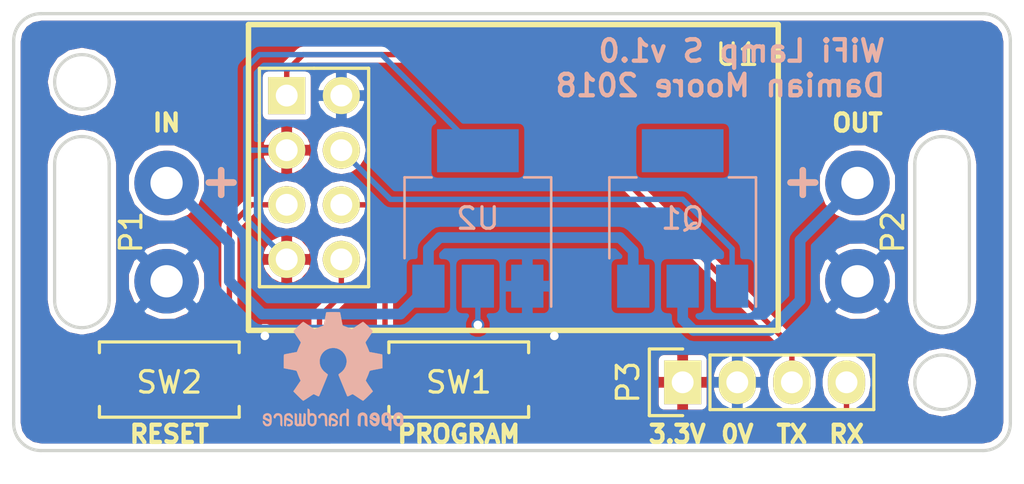
<source format=kicad_pcb>
(kicad_pcb (version 4) (host pcbnew 4.0.6+dfsg1-1)

  (general
    (links 18)
    (no_connects 0)
    (area 151.765 109.22 199.390001 132.247619)
    (thickness 1.6)
    (drawings 39)
    (tracks 67)
    (zones 0)
    (modules 9)
    (nets 10)
  )

  (page A4)
  (layers
    (0 F.Cu signal)
    (31 B.Cu signal)
    (32 B.Adhes user)
    (33 F.Adhes user)
    (34 B.Paste user)
    (35 F.Paste user)
    (36 B.SilkS user)
    (37 F.SilkS user)
    (38 B.Mask user)
    (39 F.Mask user)
    (40 Dwgs.User user)
    (41 Cmts.User user)
    (42 Eco1.User user hide)
    (43 Eco2.User user)
    (44 Edge.Cuts user)
    (45 Margin user)
    (46 B.CrtYd user)
    (47 F.CrtYd user)
    (48 B.Fab user)
    (49 F.Fab user hide)
  )

  (setup
    (last_trace_width 0.25)
    (user_trace_width 0.5)
    (trace_clearance 0.2)
    (zone_clearance 0.25)
    (zone_45_only no)
    (trace_min 0.2)
    (segment_width 0.2)
    (edge_width 0.15)
    (via_size 0.6)
    (via_drill 0.4)
    (via_min_size 0.4)
    (via_min_drill 0.3)
    (uvia_size 0.3)
    (uvia_drill 0.1)
    (uvias_allowed no)
    (uvia_min_size 0.2)
    (uvia_min_drill 0.1)
    (pcb_text_width 0.3)
    (pcb_text_size 1.5 1.5)
    (mod_edge_width 0.15)
    (mod_text_size 1 1)
    (mod_text_width 0.15)
    (pad_size 2.99974 2.99974)
    (pad_drill 1.50114)
    (pad_to_mask_clearance 0.2)
    (aux_axis_origin 0 0)
    (grid_origin 159.512 113.03)
    (visible_elements FFFEFF7F)
    (pcbplotparams
      (layerselection 0x00030_80000001)
      (usegerberextensions false)
      (excludeedgelayer true)
      (linewidth 0.100000)
      (plotframeref false)
      (viasonmask false)
      (mode 1)
      (useauxorigin false)
      (hpglpennumber 1)
      (hpglpenspeed 20)
      (hpglpendiameter 15)
      (hpglpenoverlay 2)
      (psnegative false)
      (psa4output false)
      (plotreference true)
      (plotvalue true)
      (plotinvisibletext false)
      (padsonsilk false)
      (subtractmaskfromsilk false)
      (outputformat 1)
      (mirror false)
      (drillshape 1)
      (scaleselection 1)
      (outputdirectory ""))
  )

  (net 0 "")
  (net 1 "Net-(SW1-Pad1)")
  (net 2 GND)
  (net 3 "Net-(P1-Pad1)")
  (net 4 "Net-(P3-Pad3)")
  (net 5 "Net-(SW2-Pad1)")
  (net 6 "Net-(P3-Pad4)")
  (net 7 "Net-(P3-Pad1)")
  (net 8 "Net-(P2-Pad1)")
  (net 9 "Net-(Q1-Pad1)")

  (net_class Default "This is the default net class."
    (clearance 0.2)
    (trace_width 0.25)
    (via_dia 0.6)
    (via_drill 0.4)
    (uvia_dia 0.3)
    (uvia_drill 0.1)
    (add_net GND)
    (add_net "Net-(P1-Pad1)")
    (add_net "Net-(P2-Pad1)")
    (add_net "Net-(P3-Pad1)")
    (add_net "Net-(P3-Pad3)")
    (add_net "Net-(P3-Pad4)")
    (add_net "Net-(Q1-Pad1)")
    (add_net "Net-(SW1-Pad1)")
    (add_net "Net-(SW2-Pad1)")
  )

  (module Wire_Connections_Bridges:WireConnection_1.50mmDrill (layer F.Cu) (tedit 5ACA6FF7) (tstamp 5ACA74CC)
    (at 191.643 117.475 270)
    (descr "WireConnection with 1.5mm drill")
    (path /55F96711)
    (fp_text reference P2 (at 2.54 -1.651 270) (layer F.SilkS)
      (effects (font (size 1 1) (thickness 0.15)))
    )
    (fp_text value LED (at 5.08 3.81 270) (layer F.Fab)
      (effects (font (size 1 1) (thickness 0.15)))
    )
    (fp_line (start 14.0716 -3.7592) (end 13.8684 -3.6576) (layer Cmts.User) (width 0.381))
    (fp_line (start 13.8684 -3.6576) (end 13.6398 -3.6576) (layer Cmts.User) (width 0.381))
    (fp_line (start 13.6398 -3.6576) (end 13.4366 -3.7592) (layer Cmts.User) (width 0.381))
    (fp_line (start 13.4366 -3.7592) (end 13.3604 -4.1148) (layer Cmts.User) (width 0.381))
    (fp_line (start 13.3604 -4.1148) (end 13.3604 -4.572) (layer Cmts.User) (width 0.381))
    (fp_line (start 13.3604 -4.572) (end 13.462 -4.6482) (layer Cmts.User) (width 0.381))
    (fp_line (start 13.462 -4.6482) (end 13.7668 -4.7244) (layer Cmts.User) (width 0.381))
    (fp_line (start 13.7668 -4.7244) (end 13.9954 -4.6736) (layer Cmts.User) (width 0.381))
    (fp_line (start 13.9954 -4.6736) (end 14.0462 -4.318) (layer Cmts.User) (width 0.381))
    (fp_line (start 14.0462 -4.318) (end 13.4366 -4.191) (layer Cmts.User) (width 0.381))
    (fp_line (start 13.4366 -4.191) (end 13.4366 -4.2418) (layer Cmts.User) (width 0.381))
    (fp_line (start 12.7508 -3.7084) (end 12.4206 -3.7084) (layer Cmts.User) (width 0.381))
    (fp_line (start 12.4206 -3.7084) (end 12.2174 -3.7084) (layer Cmts.User) (width 0.381))
    (fp_line (start 12.2174 -3.7084) (end 12.0396 -3.8608) (layer Cmts.User) (width 0.381))
    (fp_line (start 12.0396 -3.8608) (end 12.0396 -4.2418) (layer Cmts.User) (width 0.381))
    (fp_line (start 12.0396 -4.2418) (end 12.1412 -4.572) (layer Cmts.User) (width 0.381))
    (fp_line (start 12.1412 -4.572) (end 12.2936 -4.6482) (layer Cmts.User) (width 0.381))
    (fp_line (start 12.2936 -4.6482) (end 12.573 -4.6482) (layer Cmts.User) (width 0.381))
    (fp_line (start 12.573 -4.6482) (end 12.7508 -4.572) (layer Cmts.User) (width 0.381))
    (fp_line (start 12.7508 -4.572) (end 12.7762 -4.2672) (layer Cmts.User) (width 0.381))
    (fp_line (start 12.7762 -4.2672) (end 12.1412 -4.2418) (layer Cmts.User) (width 0.381))
    (fp_line (start 11.2268 -4.5212) (end 11.6078 -4.6736) (layer Cmts.User) (width 0.381))
    (fp_line (start 11.6078 -4.6736) (end 11.6332 -4.6736) (layer Cmts.User) (width 0.381))
    (fp_line (start 11.2014 -4.7244) (end 11.2014 -3.6576) (layer Cmts.User) (width 0.381))
    (fp_line (start 9.9822 -4.6736) (end 10.668 -4.7244) (layer Cmts.User) (width 0.381))
    (fp_line (start 10.7188 -5.207) (end 10.541 -5.207) (layer Cmts.User) (width 0.381))
    (fp_line (start 10.541 -5.207) (end 10.3886 -5.08) (layer Cmts.User) (width 0.381))
    (fp_line (start 10.3886 -5.08) (end 10.3378 -3.7084) (layer Cmts.User) (width 0.381))
    (fp_line (start 8.4328 -4.5974) (end 8.3058 -4.6736) (layer Cmts.User) (width 0.381))
    (fp_line (start 8.3058 -4.6736) (end 8.0264 -4.6736) (layer Cmts.User) (width 0.381))
    (fp_line (start 8.0264 -4.6736) (end 7.874 -4.445) (layer Cmts.User) (width 0.381))
    (fp_line (start 7.874 -4.445) (end 7.8994 -4.2672) (layer Cmts.User) (width 0.381))
    (fp_line (start 7.8994 -4.2672) (end 8.1788 -4.191) (layer Cmts.User) (width 0.381))
    (fp_line (start 8.1788 -4.191) (end 8.4328 -4.1148) (layer Cmts.User) (width 0.381))
    (fp_line (start 8.4328 -4.1148) (end 8.4836 -3.8354) (layer Cmts.User) (width 0.381))
    (fp_line (start 8.4836 -3.8354) (end 8.2804 -3.6576) (layer Cmts.User) (width 0.381))
    (fp_line (start 8.2804 -3.6576) (end 7.8994 -3.7084) (layer Cmts.User) (width 0.381))
    (fp_line (start 7.1628 -3.6576) (end 6.8072 -3.7592) (layer Cmts.User) (width 0.381))
    (fp_line (start 6.8072 -3.7592) (end 6.604 -3.8354) (layer Cmts.User) (width 0.381))
    (fp_line (start 6.604 -3.8354) (end 6.477 -4.1656) (layer Cmts.User) (width 0.381))
    (fp_line (start 6.477 -4.1656) (end 6.477 -4.4704) (layer Cmts.User) (width 0.381))
    (fp_line (start 6.477 -4.4704) (end 6.6802 -4.6736) (layer Cmts.User) (width 0.381))
    (fp_line (start 6.6802 -4.6736) (end 7.0104 -4.7244) (layer Cmts.User) (width 0.381))
    (fp_line (start 7.2136 -5.207) (end 7.2136 -3.6576) (layer Cmts.User) (width 0.381))
    (fp_line (start 5.715 -3.6576) (end 5.2578 -3.7084) (layer Cmts.User) (width 0.381))
    (fp_line (start 5.2578 -3.7084) (end 5.1054 -3.9116) (layer Cmts.User) (width 0.381))
    (fp_line (start 5.1054 -3.9116) (end 5.1308 -4.191) (layer Cmts.User) (width 0.381))
    (fp_line (start 5.1308 -4.191) (end 5.842 -4.2418) (layer Cmts.User) (width 0.381))
    (fp_line (start 5.1054 -4.572) (end 5.3848 -4.7244) (layer Cmts.User) (width 0.381))
    (fp_line (start 5.3848 -4.7244) (end 5.6388 -4.6482) (layer Cmts.User) (width 0.381))
    (fp_line (start 5.6388 -4.6482) (end 5.7912 -4.4704) (layer Cmts.User) (width 0.381))
    (fp_line (start 5.7912 -4.4704) (end 5.842 -3.6322) (layer Cmts.User) (width 0.381))
    (fp_line (start 3.6068 -3.6576) (end 3.6322 -5.2578) (layer Cmts.User) (width 0.381))
    (fp_line (start 3.6322 -5.2578) (end 4.0894 -5.2578) (layer Cmts.User) (width 0.381))
    (fp_line (start 4.0894 -5.2578) (end 4.3688 -5.1308) (layer Cmts.User) (width 0.381))
    (fp_line (start 4.3688 -5.1308) (end 4.4958 -4.8768) (layer Cmts.User) (width 0.381))
    (fp_line (start 4.4958 -4.8768) (end 4.4958 -4.5974) (layer Cmts.User) (width 0.381))
    (fp_line (start 4.4958 -4.5974) (end 4.3688 -4.3942) (layer Cmts.User) (width 0.381))
    (fp_line (start 4.3688 -4.3942) (end 4.0894 -4.445) (layer Cmts.User) (width 0.381))
    (fp_line (start 4.0894 -4.445) (end 3.6322 -4.445) (layer Cmts.User) (width 0.381))
    (fp_line (start 1.778 -3.7592) (end 1.524 -3.6576) (layer Cmts.User) (width 0.381))
    (fp_line (start 1.524 -3.6576) (end 1.27 -3.7592) (layer Cmts.User) (width 0.381))
    (fp_line (start 1.27 -3.7592) (end 1.1176 -3.9116) (layer Cmts.User) (width 0.381))
    (fp_line (start 1.1176 -3.9116) (end 1.0414 -4.318) (layer Cmts.User) (width 0.381))
    (fp_line (start 1.0414 -4.318) (end 1.1684 -4.572) (layer Cmts.User) (width 0.381))
    (fp_line (start 1.1684 -4.572) (end 1.3716 -4.6736) (layer Cmts.User) (width 0.381))
    (fp_line (start 1.3716 -4.6736) (end 1.651 -4.6482) (layer Cmts.User) (width 0.381))
    (fp_line (start 1.651 -4.6482) (end 1.8034 -4.5212) (layer Cmts.User) (width 0.381))
    (fp_line (start 1.8034 -4.5212) (end 1.8034 -4.318) (layer Cmts.User) (width 0.381))
    (fp_line (start 1.8034 -4.318) (end 1.1684 -4.2418) (layer Cmts.User) (width 0.381))
    (fp_line (start -0.1524 -4.7244) (end 0.3048 -3.6576) (layer Cmts.User) (width 0.381))
    (fp_line (start 0.3048 -3.6576) (end 0.5842 -4.6736) (layer Cmts.User) (width 0.381))
    (fp_line (start 0.5842 -4.6736) (end 0.5588 -4.6736) (layer Cmts.User) (width 0.381))
    (fp_line (start -1.4732 -4.3942) (end -1.4732 -3.9116) (layer Cmts.User) (width 0.381))
    (fp_line (start -1.4732 -3.9116) (end -1.27 -3.7084) (layer Cmts.User) (width 0.381))
    (fp_line (start -1.27 -3.7084) (end -1.0414 -3.6576) (layer Cmts.User) (width 0.381))
    (fp_line (start -1.0414 -3.6576) (end -0.762 -3.7846) (layer Cmts.User) (width 0.381))
    (fp_line (start -0.762 -3.7846) (end -0.6604 -3.9878) (layer Cmts.User) (width 0.381))
    (fp_line (start -0.6604 -3.9878) (end -0.6604 -4.445) (layer Cmts.User) (width 0.381))
    (fp_line (start -0.6604 -4.445) (end -0.8382 -4.6482) (layer Cmts.User) (width 0.381))
    (fp_line (start -0.8382 -4.6482) (end -1.1176 -4.7244) (layer Cmts.User) (width 0.381))
    (fp_line (start -1.1176 -4.7244) (end -1.4478 -4.4704) (layer Cmts.User) (width 0.381))
    (fp_line (start -3.0988 -3.6322) (end -3.0988 -5.2578) (layer Cmts.User) (width 0.381))
    (fp_line (start -3.0988 -5.2578) (end -2.6162 -4.1148) (layer Cmts.User) (width 0.381))
    (fp_line (start -2.6162 -4.1148) (end -2.1336 -5.1816) (layer Cmts.User) (width 0.381))
    (fp_line (start -2.1336 -5.1816) (end -2.1336 -3.6322) (layer Cmts.User) (width 0.381))
    (pad 1 thru_hole circle (at 0.254 0 270) (size 2.99974 2.99974) (drill 1.50114) (layers *.Cu *.Mask)
      (net 8 "Net-(P2-Pad1)"))
    (pad 2 thru_hole circle (at 4.826 0 270) (size 2.99974 2.99974) (drill 1.50114) (layers *.Cu *.Mask)
      (net 2 GND))
  )

  (module ESP8266:ESP-01 (layer F.Cu) (tedit 58869236) (tstamp 58868E0B)
    (at 165.1 113.665)
    (descr "Module, ESP-8266, ESP-01, 8 pin")
    (tags "Module ESP-8266 ESP8266")
    (path /55F95030)
    (fp_text reference U1 (at 20.955 -1.905) (layer F.SilkS)
      (effects (font (size 1 1) (thickness 0.15)))
    )
    (fp_text value ESP-01v090 (at 12.192 3.556) (layer F.Fab)
      (effects (font (size 1 1) (thickness 0.15)))
    )
    (fp_line (start -1.778 -3.302) (end 22.86 -3.302) (layer F.SilkS) (width 0.254))
    (fp_line (start 22.86 -3.302) (end 22.86 10.922) (layer F.SilkS) (width 0.254))
    (fp_line (start 22.86 10.922) (end -1.778 10.922) (layer F.SilkS) (width 0.254))
    (fp_line (start -1.778 10.922) (end -1.778 -3.302) (layer F.SilkS) (width 0.254))
    (fp_line (start -1.778 -3.302) (end 22.86 -3.302) (layer F.Fab) (width 0.05))
    (fp_line (start 22.86 -3.302) (end 22.86 10.922) (layer F.Fab) (width 0.05))
    (fp_line (start 22.86 10.922) (end -1.778 10.922) (layer F.Fab) (width 0.05))
    (fp_line (start -1.778 10.922) (end -1.778 -3.302) (layer F.Fab) (width 0.05))
    (fp_line (start 1.27 -1.27) (end -1.27 -1.27) (layer F.SilkS) (width 0.1524))
    (fp_line (start -1.27 -1.27) (end -1.27 1.27) (layer F.SilkS) (width 0.1524))
    (fp_line (start -1.75 -1.75) (end -1.75 9.4) (layer F.CrtYd) (width 0.05))
    (fp_line (start 4.3 -1.75) (end 4.3 9.4) (layer F.CrtYd) (width 0.05))
    (fp_line (start -1.75 -1.75) (end 4.3 -1.75) (layer F.CrtYd) (width 0.05))
    (fp_line (start -1.75 9.4) (end 4.3 9.4) (layer F.CrtYd) (width 0.05))
    (fp_line (start -1.27 1.27) (end -1.27 8.89) (layer F.SilkS) (width 0.1524))
    (fp_line (start -1.27 8.89) (end 3.81 8.89) (layer F.SilkS) (width 0.1524))
    (fp_line (start 3.81 8.89) (end 3.81 -1.27) (layer F.SilkS) (width 0.1524))
    (fp_line (start 3.81 -1.27) (end 1.27 -1.27) (layer F.SilkS) (width 0.1524))
    (pad 1 thru_hole rect (at 0 0) (size 1.7272 1.7272) (drill 1.016) (layers *.Cu *.Mask F.SilkS)
      (net 4 "Net-(P3-Pad3)"))
    (pad 2 thru_hole oval (at 2.54 0) (size 1.7272 1.7272) (drill 1.016) (layers *.Cu *.Mask F.SilkS)
      (net 2 GND))
    (pad 3 thru_hole oval (at 0 2.54) (size 1.7272 1.7272) (drill 1.016) (layers *.Cu *.Mask F.SilkS)
      (net 7 "Net-(P3-Pad1)"))
    (pad 4 thru_hole oval (at 2.54 2.54) (size 1.7272 1.7272) (drill 1.016) (layers *.Cu *.Mask F.SilkS)
      (net 9 "Net-(Q1-Pad1)"))
    (pad 5 thru_hole oval (at 0 5.08) (size 1.7272 1.7272) (drill 1.016) (layers *.Cu *.Mask F.SilkS)
      (net 5 "Net-(SW2-Pad1)"))
    (pad 6 thru_hole oval (at 2.54 5.08) (size 1.7272 1.7272) (drill 1.016) (layers *.Cu *.Mask F.SilkS)
      (net 1 "Net-(SW1-Pad1)"))
    (pad 7 thru_hole oval (at 0 7.62) (size 1.7272 1.7272) (drill 1.016) (layers *.Cu *.Mask F.SilkS)
      (net 7 "Net-(P3-Pad1)"))
    (pad 8 thru_hole oval (at 2.54 7.62) (size 1.7272 1.7272) (drill 1.016) (layers *.Cu *.Mask F.SilkS)
      (net 6 "Net-(P3-Pad4)"))
  )

  (module Pin_Headers:Pin_Header_Straight_1x04 (layer F.Cu) (tedit 58852F45) (tstamp 588520F8)
    (at 183.515 127 90)
    (descr "Through hole pin header")
    (tags "pin header")
    (path /587FF862)
    (fp_text reference P3 (at 0 -2.54 90) (layer F.SilkS)
      (effects (font (size 1 1) (thickness 0.15)))
    )
    (fp_text value PROGRAMMER (at 0 -3.1 90) (layer F.Fab)
      (effects (font (size 1 1) (thickness 0.15)))
    )
    (fp_line (start -1.75 -1.75) (end -1.75 9.4) (layer F.CrtYd) (width 0.05))
    (fp_line (start 1.75 -1.75) (end 1.75 9.4) (layer F.CrtYd) (width 0.05))
    (fp_line (start -1.75 -1.75) (end 1.75 -1.75) (layer F.CrtYd) (width 0.05))
    (fp_line (start -1.75 9.4) (end 1.75 9.4) (layer F.CrtYd) (width 0.05))
    (fp_line (start -1.27 1.27) (end -1.27 8.89) (layer F.SilkS) (width 0.15))
    (fp_line (start 1.27 1.27) (end 1.27 8.89) (layer F.SilkS) (width 0.15))
    (fp_line (start 1.55 -1.55) (end 1.55 0) (layer F.SilkS) (width 0.15))
    (fp_line (start -1.27 8.89) (end 1.27 8.89) (layer F.SilkS) (width 0.15))
    (fp_line (start 1.27 1.27) (end -1.27 1.27) (layer F.SilkS) (width 0.15))
    (fp_line (start -1.55 0) (end -1.55 -1.55) (layer F.SilkS) (width 0.15))
    (fp_line (start -1.55 -1.55) (end 1.55 -1.55) (layer F.SilkS) (width 0.15))
    (pad 1 thru_hole rect (at 0 0 90) (size 2.032 1.7272) (drill 1.016) (layers *.Cu *.Mask F.SilkS)
      (net 7 "Net-(P3-Pad1)"))
    (pad 2 thru_hole oval (at 0 2.54 90) (size 2.032 1.7272) (drill 1.016) (layers *.Cu *.Mask F.SilkS)
      (net 2 GND))
    (pad 3 thru_hole oval (at 0 5.08 90) (size 2.032 1.7272) (drill 1.016) (layers *.Cu *.Mask F.SilkS)
      (net 4 "Net-(P3-Pad3)"))
    (pad 4 thru_hole oval (at 0 7.62 90) (size 2.032 1.7272) (drill 1.016) (layers *.Cu *.Mask F.SilkS)
      (net 6 "Net-(P3-Pad4)"))
    (model Pin_Headers.3dshapes/Pin_Header_Straight_1x04.wrl
      (at (xyz 0 -0.15 0))
      (scale (xyz 1 1 1))
      (rotate (xyz 0 0 90))
    )
  )

  (module TO_SOT_Packages_SMD:SOT-223 (layer B.Cu) (tedit 58852F24) (tstamp 5885203A)
    (at 173.99 119.38 90)
    (descr "module CMS SOT223 4 pins")
    (tags "CMS SOT")
    (path /58851E7F)
    (attr smd)
    (fp_text reference U2 (at 0 0 360) (layer B.SilkS)
      (effects (font (size 1 1) (thickness 0.15)) (justify mirror))
    )
    (fp_text value AMS1117 (at 0 -4.5 90) (layer B.Fab)
      (effects (font (size 1 1) (thickness 0.15)) (justify mirror))
    )
    (fp_line (start 1.91 -3.41) (end 1.91 -2.15) (layer B.SilkS) (width 0.12))
    (fp_line (start 1.91 3.41) (end 1.91 2.15) (layer B.SilkS) (width 0.12))
    (fp_line (start 4.4 3.6) (end -4.4 3.6) (layer B.CrtYd) (width 0.05))
    (fp_line (start 4.4 -3.6) (end 4.4 3.6) (layer B.CrtYd) (width 0.05))
    (fp_line (start -4.4 -3.6) (end 4.4 -3.6) (layer B.CrtYd) (width 0.05))
    (fp_line (start -4.4 3.6) (end -4.4 -3.6) (layer B.CrtYd) (width 0.05))
    (fp_line (start -1.85 3.35) (end -1.85 -3.35) (layer B.Fab) (width 0.15))
    (fp_line (start -1.85 -3.41) (end 1.91 -3.41) (layer B.SilkS) (width 0.12))
    (fp_line (start -1.85 3.35) (end 1.85 3.35) (layer B.Fab) (width 0.15))
    (fp_line (start -4.1 3.41) (end 1.91 3.41) (layer B.SilkS) (width 0.12))
    (fp_line (start -1.85 -3.35) (end 1.85 -3.35) (layer B.Fab) (width 0.15))
    (fp_line (start 1.85 3.35) (end 1.85 -3.35) (layer B.Fab) (width 0.15))
    (pad 4 smd rect (at 3.15 0 90) (size 2 3.8) (layers B.Cu B.Paste B.Mask)
      (net 7 "Net-(P3-Pad1)"))
    (pad 2 smd rect (at -3.15 0 90) (size 2 1.5) (layers B.Cu B.Paste B.Mask)
      (net 7 "Net-(P3-Pad1)"))
    (pad 3 smd rect (at -3.15 -2.3 90) (size 2 1.5) (layers B.Cu B.Paste B.Mask)
      (net 3 "Net-(P1-Pad1)"))
    (pad 1 smd rect (at -3.15 2.3 90) (size 2 1.5) (layers B.Cu B.Paste B.Mask)
      (net 2 GND))
    (model TO_SOT_Packages_SMD.3dshapes/SOT-223.wrl
      (at (xyz 0 0 0))
      (scale (xyz 0.4 0.4 0.4))
      (rotate (xyz 0 0 90))
    )
  )

  (module TO_SOT_Packages_SMD:SOT-223 (layer B.Cu) (tedit 58852F3A) (tstamp 5885237D)
    (at 183.515 119.38 90)
    (descr "module CMS SOT223 4 pins")
    (tags "CMS SOT")
    (path /5885236A)
    (attr smd)
    (fp_text reference Q1 (at 0 0 360) (layer B.SilkS)
      (effects (font (size 1 1) (thickness 0.15)) (justify mirror))
    )
    (fp_text value BCP53 (at 0 -4.5 90) (layer B.Fab)
      (effects (font (size 1 1) (thickness 0.15)) (justify mirror))
    )
    (fp_line (start 1.91 -3.41) (end 1.91 -2.15) (layer B.SilkS) (width 0.12))
    (fp_line (start 1.91 3.41) (end 1.91 2.15) (layer B.SilkS) (width 0.12))
    (fp_line (start 4.4 3.6) (end -4.4 3.6) (layer B.CrtYd) (width 0.05))
    (fp_line (start 4.4 -3.6) (end 4.4 3.6) (layer B.CrtYd) (width 0.05))
    (fp_line (start -4.4 -3.6) (end 4.4 -3.6) (layer B.CrtYd) (width 0.05))
    (fp_line (start -4.4 3.6) (end -4.4 -3.6) (layer B.CrtYd) (width 0.05))
    (fp_line (start -1.85 3.35) (end -1.85 -3.35) (layer B.Fab) (width 0.15))
    (fp_line (start -1.85 -3.41) (end 1.91 -3.41) (layer B.SilkS) (width 0.12))
    (fp_line (start -1.85 3.35) (end 1.85 3.35) (layer B.Fab) (width 0.15))
    (fp_line (start -4.1 3.41) (end 1.91 3.41) (layer B.SilkS) (width 0.12))
    (fp_line (start -1.85 -3.35) (end 1.85 -3.35) (layer B.Fab) (width 0.15))
    (fp_line (start 1.85 3.35) (end 1.85 -3.35) (layer B.Fab) (width 0.15))
    (pad 4 smd rect (at 3.15 0 90) (size 2 3.8) (layers B.Cu B.Paste B.Mask))
    (pad 2 smd rect (at -3.15 0 90) (size 2 1.5) (layers B.Cu B.Paste B.Mask)
      (net 8 "Net-(P2-Pad1)"))
    (pad 3 smd rect (at -3.15 -2.3 90) (size 2 1.5) (layers B.Cu B.Paste B.Mask)
      (net 3 "Net-(P1-Pad1)"))
    (pad 1 smd rect (at -3.15 2.3 90) (size 2 1.5) (layers B.Cu B.Paste B.Mask)
      (net 9 "Net-(Q1-Pad1)"))
    (model TO_SOT_Packages_SMD.3dshapes/SOT-223.wrl
      (at (xyz 0 0 0))
      (scale (xyz 0.4 0.4 0.4))
      (rotate (xyz 0 0 90))
    )
  )

  (module Buttons_Switches_SMD:SW_SPST_REED_CT05-XXXX-G1 (layer F.Cu) (tedit 5ACA279C) (tstamp 5ACA41CA)
    (at 173.101 126.873)
    (descr "Coto Technologies SPST Reed Switch CT05-XXXX-G1")
    (tags "Coto Reed SPST Switch")
    (path /55F9635C)
    (attr smd)
    (fp_text reference SW1 (at 0 0.127) (layer F.SilkS)
      (effects (font (size 1 1) (thickness 0.15)))
    )
    (fp_text value FLASH (at 0 -2.54) (layer F.Fab)
      (effects (font (size 1 1) (thickness 0.15)))
    )
    (fp_line (start -5.8 2) (end -5.8 -2) (layer F.CrtYd) (width 0.05))
    (fp_line (start -5.8 -2) (end 5.8 -2) (layer F.CrtYd) (width 0.05))
    (fp_line (start 5.8 -2) (end 5.8 2) (layer F.CrtYd) (width 0.05))
    (fp_line (start 5.8 2) (end -5.8 2) (layer F.CrtYd) (width 0.05))
    (fp_line (start 3.25 1.25) (end 3.25 1.75) (layer F.SilkS) (width 0.15))
    (fp_line (start 3.25 1.75) (end -3.25 1.75) (layer F.SilkS) (width 0.15))
    (fp_line (start -3.25 1.75) (end -3.25 1.25) (layer F.SilkS) (width 0.15))
    (fp_line (start -3.25 -1.25) (end -3.25 -1.75) (layer F.SilkS) (width 0.15))
    (fp_line (start -3.25 -1.75) (end 3.25 -1.75) (layer F.SilkS) (width 0.15))
    (fp_line (start 3.25 -1.75) (end 3.25 -1.25) (layer F.SilkS) (width 0.15))
    (pad 2 smd rect (at 4.275 0) (size 2.5 2) (layers F.Cu F.Paste F.Mask)
      (net 2 GND))
    (pad 1 smd rect (at -4.275 0) (size 2.5 2) (layers F.Cu F.Paste F.Mask)
      (net 1 "Net-(SW1-Pad1)"))
  )

  (module Buttons_Switches_SMD:SW_SPST_REED_CT05-XXXX-G1 (layer F.Cu) (tedit 5ACA278A) (tstamp 5ACA41D9)
    (at 159.639 126.873)
    (descr "Coto Technologies SPST Reed Switch CT05-XXXX-G1")
    (tags "Coto Reed SPST Switch")
    (path /587FF7CE)
    (attr smd)
    (fp_text reference SW2 (at 0 0.127) (layer F.SilkS)
      (effects (font (size 1 1) (thickness 0.15)))
    )
    (fp_text value RESET (at 0 -2.54) (layer F.Fab)
      (effects (font (size 1 1) (thickness 0.15)))
    )
    (fp_line (start -5.8 2) (end -5.8 -2) (layer F.CrtYd) (width 0.05))
    (fp_line (start -5.8 -2) (end 5.8 -2) (layer F.CrtYd) (width 0.05))
    (fp_line (start 5.8 -2) (end 5.8 2) (layer F.CrtYd) (width 0.05))
    (fp_line (start 5.8 2) (end -5.8 2) (layer F.CrtYd) (width 0.05))
    (fp_line (start 3.25 1.25) (end 3.25 1.75) (layer F.SilkS) (width 0.15))
    (fp_line (start 3.25 1.75) (end -3.25 1.75) (layer F.SilkS) (width 0.15))
    (fp_line (start -3.25 1.75) (end -3.25 1.25) (layer F.SilkS) (width 0.15))
    (fp_line (start -3.25 -1.25) (end -3.25 -1.75) (layer F.SilkS) (width 0.15))
    (fp_line (start -3.25 -1.75) (end 3.25 -1.75) (layer F.SilkS) (width 0.15))
    (fp_line (start 3.25 -1.75) (end 3.25 -1.25) (layer F.SilkS) (width 0.15))
    (pad 2 smd rect (at 4.275 0) (size 2.5 2) (layers F.Cu F.Paste F.Mask)
      (net 2 GND))
    (pad 1 smd rect (at -4.275 0) (size 2.5 2) (layers F.Cu F.Paste F.Mask)
      (net 5 "Net-(SW2-Pad1)"))
  )

  (module Wire_Connections_Bridges:WireConnection_1.50mmDrill (layer F.Cu) (tedit 5ACA7009) (tstamp 5ACA74C6)
    (at 159.512 117.475 270)
    (descr "WireConnection with 1.5mm drill")
    (path /587FF437)
    (fp_text reference P1 (at 2.54 1.651 270) (layer F.SilkS)
      (effects (font (size 1 1) (thickness 0.15)))
    )
    (fp_text value POWER (at 5.08 3.81 270) (layer F.Fab)
      (effects (font (size 1 1) (thickness 0.15)))
    )
    (fp_line (start 14.0716 -3.7592) (end 13.8684 -3.6576) (layer Cmts.User) (width 0.381))
    (fp_line (start 13.8684 -3.6576) (end 13.6398 -3.6576) (layer Cmts.User) (width 0.381))
    (fp_line (start 13.6398 -3.6576) (end 13.4366 -3.7592) (layer Cmts.User) (width 0.381))
    (fp_line (start 13.4366 -3.7592) (end 13.3604 -4.1148) (layer Cmts.User) (width 0.381))
    (fp_line (start 13.3604 -4.1148) (end 13.3604 -4.572) (layer Cmts.User) (width 0.381))
    (fp_line (start 13.3604 -4.572) (end 13.462 -4.6482) (layer Cmts.User) (width 0.381))
    (fp_line (start 13.462 -4.6482) (end 13.7668 -4.7244) (layer Cmts.User) (width 0.381))
    (fp_line (start 13.7668 -4.7244) (end 13.9954 -4.6736) (layer Cmts.User) (width 0.381))
    (fp_line (start 13.9954 -4.6736) (end 14.0462 -4.318) (layer Cmts.User) (width 0.381))
    (fp_line (start 14.0462 -4.318) (end 13.4366 -4.191) (layer Cmts.User) (width 0.381))
    (fp_line (start 13.4366 -4.191) (end 13.4366 -4.2418) (layer Cmts.User) (width 0.381))
    (fp_line (start 12.7508 -3.7084) (end 12.4206 -3.7084) (layer Cmts.User) (width 0.381))
    (fp_line (start 12.4206 -3.7084) (end 12.2174 -3.7084) (layer Cmts.User) (width 0.381))
    (fp_line (start 12.2174 -3.7084) (end 12.0396 -3.8608) (layer Cmts.User) (width 0.381))
    (fp_line (start 12.0396 -3.8608) (end 12.0396 -4.2418) (layer Cmts.User) (width 0.381))
    (fp_line (start 12.0396 -4.2418) (end 12.1412 -4.572) (layer Cmts.User) (width 0.381))
    (fp_line (start 12.1412 -4.572) (end 12.2936 -4.6482) (layer Cmts.User) (width 0.381))
    (fp_line (start 12.2936 -4.6482) (end 12.573 -4.6482) (layer Cmts.User) (width 0.381))
    (fp_line (start 12.573 -4.6482) (end 12.7508 -4.572) (layer Cmts.User) (width 0.381))
    (fp_line (start 12.7508 -4.572) (end 12.7762 -4.2672) (layer Cmts.User) (width 0.381))
    (fp_line (start 12.7762 -4.2672) (end 12.1412 -4.2418) (layer Cmts.User) (width 0.381))
    (fp_line (start 11.2268 -4.5212) (end 11.6078 -4.6736) (layer Cmts.User) (width 0.381))
    (fp_line (start 11.6078 -4.6736) (end 11.6332 -4.6736) (layer Cmts.User) (width 0.381))
    (fp_line (start 11.2014 -4.7244) (end 11.2014 -3.6576) (layer Cmts.User) (width 0.381))
    (fp_line (start 9.9822 -4.6736) (end 10.668 -4.7244) (layer Cmts.User) (width 0.381))
    (fp_line (start 10.7188 -5.207) (end 10.541 -5.207) (layer Cmts.User) (width 0.381))
    (fp_line (start 10.541 -5.207) (end 10.3886 -5.08) (layer Cmts.User) (width 0.381))
    (fp_line (start 10.3886 -5.08) (end 10.3378 -3.7084) (layer Cmts.User) (width 0.381))
    (fp_line (start 8.4328 -4.5974) (end 8.3058 -4.6736) (layer Cmts.User) (width 0.381))
    (fp_line (start 8.3058 -4.6736) (end 8.0264 -4.6736) (layer Cmts.User) (width 0.381))
    (fp_line (start 8.0264 -4.6736) (end 7.874 -4.445) (layer Cmts.User) (width 0.381))
    (fp_line (start 7.874 -4.445) (end 7.8994 -4.2672) (layer Cmts.User) (width 0.381))
    (fp_line (start 7.8994 -4.2672) (end 8.1788 -4.191) (layer Cmts.User) (width 0.381))
    (fp_line (start 8.1788 -4.191) (end 8.4328 -4.1148) (layer Cmts.User) (width 0.381))
    (fp_line (start 8.4328 -4.1148) (end 8.4836 -3.8354) (layer Cmts.User) (width 0.381))
    (fp_line (start 8.4836 -3.8354) (end 8.2804 -3.6576) (layer Cmts.User) (width 0.381))
    (fp_line (start 8.2804 -3.6576) (end 7.8994 -3.7084) (layer Cmts.User) (width 0.381))
    (fp_line (start 7.1628 -3.6576) (end 6.8072 -3.7592) (layer Cmts.User) (width 0.381))
    (fp_line (start 6.8072 -3.7592) (end 6.604 -3.8354) (layer Cmts.User) (width 0.381))
    (fp_line (start 6.604 -3.8354) (end 6.477 -4.1656) (layer Cmts.User) (width 0.381))
    (fp_line (start 6.477 -4.1656) (end 6.477 -4.4704) (layer Cmts.User) (width 0.381))
    (fp_line (start 6.477 -4.4704) (end 6.6802 -4.6736) (layer Cmts.User) (width 0.381))
    (fp_line (start 6.6802 -4.6736) (end 7.0104 -4.7244) (layer Cmts.User) (width 0.381))
    (fp_line (start 7.2136 -5.207) (end 7.2136 -3.6576) (layer Cmts.User) (width 0.381))
    (fp_line (start 5.715 -3.6576) (end 5.2578 -3.7084) (layer Cmts.User) (width 0.381))
    (fp_line (start 5.2578 -3.7084) (end 5.1054 -3.9116) (layer Cmts.User) (width 0.381))
    (fp_line (start 5.1054 -3.9116) (end 5.1308 -4.191) (layer Cmts.User) (width 0.381))
    (fp_line (start 5.1308 -4.191) (end 5.842 -4.2418) (layer Cmts.User) (width 0.381))
    (fp_line (start 5.1054 -4.572) (end 5.3848 -4.7244) (layer Cmts.User) (width 0.381))
    (fp_line (start 5.3848 -4.7244) (end 5.6388 -4.6482) (layer Cmts.User) (width 0.381))
    (fp_line (start 5.6388 -4.6482) (end 5.7912 -4.4704) (layer Cmts.User) (width 0.381))
    (fp_line (start 5.7912 -4.4704) (end 5.842 -3.6322) (layer Cmts.User) (width 0.381))
    (fp_line (start 3.6068 -3.6576) (end 3.6322 -5.2578) (layer Cmts.User) (width 0.381))
    (fp_line (start 3.6322 -5.2578) (end 4.0894 -5.2578) (layer Cmts.User) (width 0.381))
    (fp_line (start 4.0894 -5.2578) (end 4.3688 -5.1308) (layer Cmts.User) (width 0.381))
    (fp_line (start 4.3688 -5.1308) (end 4.4958 -4.8768) (layer Cmts.User) (width 0.381))
    (fp_line (start 4.4958 -4.8768) (end 4.4958 -4.5974) (layer Cmts.User) (width 0.381))
    (fp_line (start 4.4958 -4.5974) (end 4.3688 -4.3942) (layer Cmts.User) (width 0.381))
    (fp_line (start 4.3688 -4.3942) (end 4.0894 -4.445) (layer Cmts.User) (width 0.381))
    (fp_line (start 4.0894 -4.445) (end 3.6322 -4.445) (layer Cmts.User) (width 0.381))
    (fp_line (start 1.778 -3.7592) (end 1.524 -3.6576) (layer Cmts.User) (width 0.381))
    (fp_line (start 1.524 -3.6576) (end 1.27 -3.7592) (layer Cmts.User) (width 0.381))
    (fp_line (start 1.27 -3.7592) (end 1.1176 -3.9116) (layer Cmts.User) (width 0.381))
    (fp_line (start 1.1176 -3.9116) (end 1.0414 -4.318) (layer Cmts.User) (width 0.381))
    (fp_line (start 1.0414 -4.318) (end 1.1684 -4.572) (layer Cmts.User) (width 0.381))
    (fp_line (start 1.1684 -4.572) (end 1.3716 -4.6736) (layer Cmts.User) (width 0.381))
    (fp_line (start 1.3716 -4.6736) (end 1.651 -4.6482) (layer Cmts.User) (width 0.381))
    (fp_line (start 1.651 -4.6482) (end 1.8034 -4.5212) (layer Cmts.User) (width 0.381))
    (fp_line (start 1.8034 -4.5212) (end 1.8034 -4.318) (layer Cmts.User) (width 0.381))
    (fp_line (start 1.8034 -4.318) (end 1.1684 -4.2418) (layer Cmts.User) (width 0.381))
    (fp_line (start -0.1524 -4.7244) (end 0.3048 -3.6576) (layer Cmts.User) (width 0.381))
    (fp_line (start 0.3048 -3.6576) (end 0.5842 -4.6736) (layer Cmts.User) (width 0.381))
    (fp_line (start 0.5842 -4.6736) (end 0.5588 -4.6736) (layer Cmts.User) (width 0.381))
    (fp_line (start -1.4732 -4.3942) (end -1.4732 -3.9116) (layer Cmts.User) (width 0.381))
    (fp_line (start -1.4732 -3.9116) (end -1.27 -3.7084) (layer Cmts.User) (width 0.381))
    (fp_line (start -1.27 -3.7084) (end -1.0414 -3.6576) (layer Cmts.User) (width 0.381))
    (fp_line (start -1.0414 -3.6576) (end -0.762 -3.7846) (layer Cmts.User) (width 0.381))
    (fp_line (start -0.762 -3.7846) (end -0.6604 -3.9878) (layer Cmts.User) (width 0.381))
    (fp_line (start -0.6604 -3.9878) (end -0.6604 -4.445) (layer Cmts.User) (width 0.381))
    (fp_line (start -0.6604 -4.445) (end -0.8382 -4.6482) (layer Cmts.User) (width 0.381))
    (fp_line (start -0.8382 -4.6482) (end -1.1176 -4.7244) (layer Cmts.User) (width 0.381))
    (fp_line (start -1.1176 -4.7244) (end -1.4478 -4.4704) (layer Cmts.User) (width 0.381))
    (fp_line (start -3.0988 -3.6322) (end -3.0988 -5.2578) (layer Cmts.User) (width 0.381))
    (fp_line (start -3.0988 -5.2578) (end -2.6162 -4.1148) (layer Cmts.User) (width 0.381))
    (fp_line (start -2.6162 -4.1148) (end -2.1336 -5.1816) (layer Cmts.User) (width 0.381))
    (fp_line (start -2.1336 -5.1816) (end -2.1336 -3.6322) (layer Cmts.User) (width 0.381))
    (pad 1 thru_hole circle (at 0.254 0 270) (size 2.99974 2.99974) (drill 1.50114) (layers *.Cu *.Mask)
      (net 3 "Net-(P1-Pad1)"))
    (pad 2 thru_hole circle (at 4.826 0 270) (size 2.99974 2.99974) (drill 1.50114) (layers *.Cu *.Mask)
      (net 2 GND))
  )

  (module Symbols:OSHW-Logo2_7.3x6mm_SilkScreen (layer B.Cu) (tedit 0) (tstamp 5ACA97E2)
    (at 167.259 126.492 180)
    (descr "Open Source Hardware Symbol")
    (tags "Logo Symbol OSHW")
    (attr virtual)
    (fp_text reference REF*** (at 0 0 180) (layer B.SilkS) hide
      (effects (font (size 1 1) (thickness 0.15)) (justify mirror))
    )
    (fp_text value OSHW-Logo2_7.3x6mm_SilkScreen (at 0.75 0 180) (layer B.Fab) hide
      (effects (font (size 1 1) (thickness 0.15)) (justify mirror))
    )
    (fp_poly (pts (xy -2.400256 -1.919918) (xy -2.344799 -1.947568) (xy -2.295852 -1.99848) (xy -2.282371 -2.017338)
      (xy -2.267686 -2.042015) (xy -2.258158 -2.068816) (xy -2.252707 -2.104587) (xy -2.250253 -2.156169)
      (xy -2.249714 -2.224267) (xy -2.252148 -2.317588) (xy -2.260606 -2.387657) (xy -2.276826 -2.439931)
      (xy -2.302546 -2.479869) (xy -2.339503 -2.512929) (xy -2.342218 -2.514886) (xy -2.37864 -2.534908)
      (xy -2.422498 -2.544815) (xy -2.478276 -2.547257) (xy -2.568952 -2.547257) (xy -2.56899 -2.635283)
      (xy -2.569834 -2.684308) (xy -2.574976 -2.713065) (xy -2.588413 -2.730311) (xy -2.614142 -2.744808)
      (xy -2.620321 -2.747769) (xy -2.649236 -2.761648) (xy -2.671624 -2.770414) (xy -2.688271 -2.771171)
      (xy -2.699964 -2.761023) (xy -2.70749 -2.737073) (xy -2.711634 -2.696426) (xy -2.713185 -2.636186)
      (xy -2.712929 -2.553455) (xy -2.711651 -2.445339) (xy -2.711252 -2.413) (xy -2.709815 -2.301524)
      (xy -2.708528 -2.228603) (xy -2.569029 -2.228603) (xy -2.568245 -2.290499) (xy -2.56476 -2.330997)
      (xy -2.556876 -2.357708) (xy -2.542895 -2.378244) (xy -2.533403 -2.38826) (xy -2.494596 -2.417567)
      (xy -2.460237 -2.419952) (xy -2.424784 -2.39575) (xy -2.423886 -2.394857) (xy -2.409461 -2.376153)
      (xy -2.400687 -2.350732) (xy -2.396261 -2.311584) (xy -2.394882 -2.251697) (xy -2.394857 -2.23843)
      (xy -2.398188 -2.155901) (xy -2.409031 -2.098691) (xy -2.42866 -2.063766) (xy -2.45835 -2.048094)
      (xy -2.475509 -2.046514) (xy -2.516234 -2.053926) (xy -2.544168 -2.07833) (xy -2.560983 -2.12298)
      (xy -2.56835 -2.19113) (xy -2.569029 -2.228603) (xy -2.708528 -2.228603) (xy -2.708292 -2.215245)
      (xy -2.706323 -2.150333) (xy -2.70355 -2.102958) (xy -2.699612 -2.06929) (xy -2.694151 -2.045498)
      (xy -2.686808 -2.027753) (xy -2.677223 -2.012224) (xy -2.673113 -2.006381) (xy -2.618595 -1.951185)
      (xy -2.549664 -1.91989) (xy -2.469928 -1.911165) (xy -2.400256 -1.919918)) (layer B.SilkS) (width 0.01))
    (fp_poly (pts (xy -1.283907 -1.92778) (xy -1.237328 -1.954723) (xy -1.204943 -1.981466) (xy -1.181258 -2.009484)
      (xy -1.164941 -2.043748) (xy -1.154661 -2.089227) (xy -1.149086 -2.150892) (xy -1.146884 -2.233711)
      (xy -1.146629 -2.293246) (xy -1.146629 -2.512391) (xy -1.208314 -2.540044) (xy -1.27 -2.567697)
      (xy -1.277257 -2.32767) (xy -1.280256 -2.238028) (xy -1.283402 -2.172962) (xy -1.287299 -2.128026)
      (xy -1.292553 -2.09877) (xy -1.299769 -2.080748) (xy -1.30955 -2.069511) (xy -1.312688 -2.067079)
      (xy -1.360239 -2.048083) (xy -1.408303 -2.0556) (xy -1.436914 -2.075543) (xy -1.448553 -2.089675)
      (xy -1.456609 -2.10822) (xy -1.461729 -2.136334) (xy -1.464559 -2.179173) (xy -1.465744 -2.241895)
      (xy -1.465943 -2.307261) (xy -1.465982 -2.389268) (xy -1.467386 -2.447316) (xy -1.472086 -2.486465)
      (xy -1.482013 -2.51178) (xy -1.499097 -2.528323) (xy -1.525268 -2.541156) (xy -1.560225 -2.554491)
      (xy -1.598404 -2.569007) (xy -1.593859 -2.311389) (xy -1.592029 -2.218519) (xy -1.589888 -2.149889)
      (xy -1.586819 -2.100711) (xy -1.582206 -2.066198) (xy -1.575432 -2.041562) (xy -1.565881 -2.022016)
      (xy -1.554366 -2.00477) (xy -1.49881 -1.94968) (xy -1.43102 -1.917822) (xy -1.357287 -1.910191)
      (xy -1.283907 -1.92778)) (layer B.SilkS) (width 0.01))
    (fp_poly (pts (xy -2.958885 -1.921962) (xy -2.890855 -1.957733) (xy -2.840649 -2.015301) (xy -2.822815 -2.052312)
      (xy -2.808937 -2.107882) (xy -2.801833 -2.178096) (xy -2.80116 -2.254727) (xy -2.806573 -2.329552)
      (xy -2.81773 -2.394342) (xy -2.834286 -2.440873) (xy -2.839374 -2.448887) (xy -2.899645 -2.508707)
      (xy -2.971231 -2.544535) (xy -3.048908 -2.55502) (xy -3.127452 -2.53881) (xy -3.149311 -2.529092)
      (xy -3.191878 -2.499143) (xy -3.229237 -2.459433) (xy -3.232768 -2.454397) (xy -3.247119 -2.430124)
      (xy -3.256606 -2.404178) (xy -3.26221 -2.370022) (xy -3.264914 -2.321119) (xy -3.265701 -2.250935)
      (xy -3.265714 -2.2352) (xy -3.265678 -2.230192) (xy -3.120571 -2.230192) (xy -3.119727 -2.29643)
      (xy -3.116404 -2.340386) (xy -3.109417 -2.368779) (xy -3.097584 -2.388325) (xy -3.091543 -2.394857)
      (xy -3.056814 -2.41968) (xy -3.023097 -2.418548) (xy -2.989005 -2.397016) (xy -2.968671 -2.374029)
      (xy -2.956629 -2.340478) (xy -2.949866 -2.287569) (xy -2.949402 -2.281399) (xy -2.948248 -2.185513)
      (xy -2.960312 -2.114299) (xy -2.98543 -2.068194) (xy -3.02344 -2.047635) (xy -3.037008 -2.046514)
      (xy -3.072636 -2.052152) (xy -3.097006 -2.071686) (xy -3.111907 -2.109042) (xy -3.119125 -2.16815)
      (xy -3.120571 -2.230192) (xy -3.265678 -2.230192) (xy -3.265174 -2.160413) (xy -3.262904 -2.108159)
      (xy -3.257932 -2.071949) (xy -3.249287 -2.045299) (xy -3.235995 -2.021722) (xy -3.233057 -2.017338)
      (xy -3.183687 -1.958249) (xy -3.129891 -1.923947) (xy -3.064398 -1.910331) (xy -3.042158 -1.909665)
      (xy -2.958885 -1.921962)) (layer B.SilkS) (width 0.01))
    (fp_poly (pts (xy -1.831697 -1.931239) (xy -1.774473 -1.969735) (xy -1.730251 -2.025335) (xy -1.703833 -2.096086)
      (xy -1.69849 -2.148162) (xy -1.699097 -2.169893) (xy -1.704178 -2.186531) (xy -1.718145 -2.201437)
      (xy -1.745411 -2.217973) (xy -1.790388 -2.239498) (xy -1.857489 -2.269374) (xy -1.857829 -2.269524)
      (xy -1.919593 -2.297813) (xy -1.970241 -2.322933) (xy -2.004596 -2.342179) (xy -2.017482 -2.352848)
      (xy -2.017486 -2.352934) (xy -2.006128 -2.376166) (xy -1.979569 -2.401774) (xy -1.949077 -2.420221)
      (xy -1.93363 -2.423886) (xy -1.891485 -2.411212) (xy -1.855192 -2.379471) (xy -1.837483 -2.344572)
      (xy -1.820448 -2.318845) (xy -1.787078 -2.289546) (xy -1.747851 -2.264235) (xy -1.713244 -2.250471)
      (xy -1.706007 -2.249714) (xy -1.697861 -2.26216) (xy -1.69737 -2.293972) (xy -1.703357 -2.336866)
      (xy -1.714643 -2.382558) (xy -1.73005 -2.422761) (xy -1.730829 -2.424322) (xy -1.777196 -2.489062)
      (xy -1.837289 -2.533097) (xy -1.905535 -2.554711) (xy -1.976362 -2.552185) (xy -2.044196 -2.523804)
      (xy -2.047212 -2.521808) (xy -2.100573 -2.473448) (xy -2.13566 -2.410352) (xy -2.155078 -2.327387)
      (xy -2.157684 -2.304078) (xy -2.162299 -2.194055) (xy -2.156767 -2.142748) (xy -2.017486 -2.142748)
      (xy -2.015676 -2.174753) (xy -2.005778 -2.184093) (xy -1.981102 -2.177105) (xy -1.942205 -2.160587)
      (xy -1.898725 -2.139881) (xy -1.897644 -2.139333) (xy -1.860791 -2.119949) (xy -1.846 -2.107013)
      (xy -1.849647 -2.093451) (xy -1.865005 -2.075632) (xy -1.904077 -2.049845) (xy -1.946154 -2.04795)
      (xy -1.983897 -2.066717) (xy -2.009966 -2.102915) (xy -2.017486 -2.142748) (xy -2.156767 -2.142748)
      (xy -2.152806 -2.106027) (xy -2.12845 -2.036212) (xy -2.094544 -1.987302) (xy -2.033347 -1.937878)
      (xy -1.965937 -1.913359) (xy -1.89712 -1.911797) (xy -1.831697 -1.931239)) (layer B.SilkS) (width 0.01))
    (fp_poly (pts (xy -0.624114 -1.851289) (xy -0.619861 -1.910613) (xy -0.614975 -1.945572) (xy -0.608205 -1.96082)
      (xy -0.598298 -1.961015) (xy -0.595086 -1.959195) (xy -0.552356 -1.946015) (xy -0.496773 -1.946785)
      (xy -0.440263 -1.960333) (xy -0.404918 -1.977861) (xy -0.368679 -2.005861) (xy -0.342187 -2.037549)
      (xy -0.324001 -2.077813) (xy -0.312678 -2.131543) (xy -0.306778 -2.203626) (xy -0.304857 -2.298951)
      (xy -0.304823 -2.317237) (xy -0.3048 -2.522646) (xy -0.350509 -2.53858) (xy -0.382973 -2.54942)
      (xy -0.400785 -2.554468) (xy -0.401309 -2.554514) (xy -0.403063 -2.540828) (xy -0.404556 -2.503076)
      (xy -0.405674 -2.446224) (xy -0.406303 -2.375234) (xy -0.4064 -2.332073) (xy -0.406602 -2.246973)
      (xy -0.407642 -2.185981) (xy -0.410169 -2.144177) (xy -0.414836 -2.116642) (xy -0.422293 -2.098456)
      (xy -0.433189 -2.084698) (xy -0.439993 -2.078073) (xy -0.486728 -2.051375) (xy -0.537728 -2.049375)
      (xy -0.583999 -2.071955) (xy -0.592556 -2.080107) (xy -0.605107 -2.095436) (xy -0.613812 -2.113618)
      (xy -0.619369 -2.139909) (xy -0.622474 -2.179562) (xy -0.623824 -2.237832) (xy -0.624114 -2.318173)
      (xy -0.624114 -2.522646) (xy -0.669823 -2.53858) (xy -0.702287 -2.54942) (xy -0.720099 -2.554468)
      (xy -0.720623 -2.554514) (xy -0.721963 -2.540623) (xy -0.723172 -2.501439) (xy -0.724199 -2.4407)
      (xy -0.724998 -2.362141) (xy -0.725519 -2.269498) (xy -0.725714 -2.166509) (xy -0.725714 -1.769342)
      (xy -0.678543 -1.749444) (xy -0.631371 -1.729547) (xy -0.624114 -1.851289)) (layer B.SilkS) (width 0.01))
    (fp_poly (pts (xy 0.039744 -1.950968) (xy 0.096616 -1.972087) (xy 0.097267 -1.972493) (xy 0.13244 -1.99838)
      (xy 0.158407 -2.028633) (xy 0.17667 -2.068058) (xy 0.188732 -2.121462) (xy 0.196096 -2.193651)
      (xy 0.200264 -2.289432) (xy 0.200629 -2.303078) (xy 0.205876 -2.508842) (xy 0.161716 -2.531678)
      (xy 0.129763 -2.54711) (xy 0.11047 -2.554423) (xy 0.109578 -2.554514) (xy 0.106239 -2.541022)
      (xy 0.103587 -2.504626) (xy 0.101956 -2.451452) (xy 0.1016 -2.408393) (xy 0.101592 -2.338641)
      (xy 0.098403 -2.294837) (xy 0.087288 -2.273944) (xy 0.063501 -2.272925) (xy 0.022296 -2.288741)
      (xy -0.039914 -2.317815) (xy -0.085659 -2.341963) (xy -0.109187 -2.362913) (xy -0.116104 -2.385747)
      (xy -0.116114 -2.386877) (xy -0.104701 -2.426212) (xy -0.070908 -2.447462) (xy -0.019191 -2.450539)
      (xy 0.018061 -2.450006) (xy 0.037703 -2.460735) (xy 0.049952 -2.486505) (xy 0.057002 -2.519337)
      (xy 0.046842 -2.537966) (xy 0.043017 -2.540632) (xy 0.007001 -2.55134) (xy -0.043434 -2.552856)
      (xy -0.095374 -2.545759) (xy -0.132178 -2.532788) (xy -0.183062 -2.489585) (xy -0.211986 -2.429446)
      (xy -0.217714 -2.382462) (xy -0.213343 -2.340082) (xy -0.197525 -2.305488) (xy -0.166203 -2.274763)
      (xy -0.115322 -2.24399) (xy -0.040824 -2.209252) (xy -0.036286 -2.207288) (xy 0.030821 -2.176287)
      (xy 0.072232 -2.150862) (xy 0.089981 -2.128014) (xy 0.086107 -2.104745) (xy 0.062643 -2.078056)
      (xy 0.055627 -2.071914) (xy 0.00863 -2.0481) (xy -0.040067 -2.049103) (xy -0.082478 -2.072451)
      (xy -0.110616 -2.115675) (xy -0.113231 -2.12416) (xy -0.138692 -2.165308) (xy -0.170999 -2.185128)
      (xy -0.217714 -2.20477) (xy -0.217714 -2.15395) (xy -0.203504 -2.080082) (xy -0.161325 -2.012327)
      (xy -0.139376 -1.989661) (xy -0.089483 -1.960569) (xy -0.026033 -1.9474) (xy 0.039744 -1.950968)) (layer B.SilkS) (width 0.01))
    (fp_poly (pts (xy 0.529926 -1.949755) (xy 0.595858 -1.974084) (xy 0.649273 -2.017117) (xy 0.670164 -2.047409)
      (xy 0.692939 -2.102994) (xy 0.692466 -2.143186) (xy 0.668562 -2.170217) (xy 0.659717 -2.174813)
      (xy 0.62153 -2.189144) (xy 0.602028 -2.185472) (xy 0.595422 -2.161407) (xy 0.595086 -2.148114)
      (xy 0.582992 -2.09921) (xy 0.551471 -2.064999) (xy 0.507659 -2.048476) (xy 0.458695 -2.052634)
      (xy 0.418894 -2.074227) (xy 0.40545 -2.086544) (xy 0.395921 -2.101487) (xy 0.389485 -2.124075)
      (xy 0.385317 -2.159328) (xy 0.382597 -2.212266) (xy 0.380502 -2.287907) (xy 0.37996 -2.311857)
      (xy 0.377981 -2.39379) (xy 0.375731 -2.451455) (xy 0.372357 -2.489608) (xy 0.367006 -2.513004)
      (xy 0.358824 -2.526398) (xy 0.346959 -2.534545) (xy 0.339362 -2.538144) (xy 0.307102 -2.550452)
      (xy 0.288111 -2.554514) (xy 0.281836 -2.540948) (xy 0.278006 -2.499934) (xy 0.2766 -2.430999)
      (xy 0.277598 -2.333669) (xy 0.277908 -2.318657) (xy 0.280101 -2.229859) (xy 0.282693 -2.165019)
      (xy 0.286382 -2.119067) (xy 0.291864 -2.086935) (xy 0.299835 -2.063553) (xy 0.310993 -2.043852)
      (xy 0.31683 -2.03541) (xy 0.350296 -1.998057) (xy 0.387727 -1.969003) (xy 0.392309 -1.966467)
      (xy 0.459426 -1.946443) (xy 0.529926 -1.949755)) (layer B.SilkS) (width 0.01))
    (fp_poly (pts (xy 1.190117 -2.065358) (xy 1.189933 -2.173837) (xy 1.189219 -2.257287) (xy 1.187675 -2.319704)
      (xy 1.185001 -2.365085) (xy 1.180894 -2.397429) (xy 1.175055 -2.420733) (xy 1.167182 -2.438995)
      (xy 1.161221 -2.449418) (xy 1.111855 -2.505945) (xy 1.049264 -2.541377) (xy 0.980013 -2.55409)
      (xy 0.910668 -2.542463) (xy 0.869375 -2.521568) (xy 0.826025 -2.485422) (xy 0.796481 -2.441276)
      (xy 0.778655 -2.383462) (xy 0.770463 -2.306313) (xy 0.769302 -2.249714) (xy 0.769458 -2.245647)
      (xy 0.870857 -2.245647) (xy 0.871476 -2.31055) (xy 0.874314 -2.353514) (xy 0.88084 -2.381622)
      (xy 0.892523 -2.401953) (xy 0.906483 -2.417288) (xy 0.953365 -2.44689) (xy 1.003701 -2.449419)
      (xy 1.051276 -2.424705) (xy 1.054979 -2.421356) (xy 1.070783 -2.403935) (xy 1.080693 -2.383209)
      (xy 1.086058 -2.352362) (xy 1.088228 -2.304577) (xy 1.088571 -2.251748) (xy 1.087827 -2.185381)
      (xy 1.084748 -2.141106) (xy 1.078061 -2.112009) (xy 1.066496 -2.091173) (xy 1.057013 -2.080107)
      (xy 1.01296 -2.052198) (xy 0.962224 -2.048843) (xy 0.913796 -2.070159) (xy 0.90445 -2.078073)
      (xy 0.88854 -2.095647) (xy 0.87861 -2.116587) (xy 0.873278 -2.147782) (xy 0.871163 -2.196122)
      (xy 0.870857 -2.245647) (xy 0.769458 -2.245647) (xy 0.77281 -2.158568) (xy 0.784726 -2.090086)
      (xy 0.807135 -2.0386) (xy 0.842124 -1.998443) (xy 0.869375 -1.977861) (xy 0.918907 -1.955625)
      (xy 0.976316 -1.945304) (xy 1.029682 -1.948067) (xy 1.059543 -1.959212) (xy 1.071261 -1.962383)
      (xy 1.079037 -1.950557) (xy 1.084465 -1.918866) (xy 1.088571 -1.870593) (xy 1.093067 -1.816829)
      (xy 1.099313 -1.784482) (xy 1.110676 -1.765985) (xy 1.130528 -1.75377) (xy 1.143 -1.748362)
      (xy 1.190171 -1.728601) (xy 1.190117 -2.065358)) (layer B.SilkS) (width 0.01))
    (fp_poly (pts (xy 1.779833 -1.958663) (xy 1.782048 -1.99685) (xy 1.783784 -2.054886) (xy 1.784899 -2.12818)
      (xy 1.785257 -2.205055) (xy 1.785257 -2.465196) (xy 1.739326 -2.511127) (xy 1.707675 -2.539429)
      (xy 1.67989 -2.550893) (xy 1.641915 -2.550168) (xy 1.62684 -2.548321) (xy 1.579726 -2.542948)
      (xy 1.540756 -2.539869) (xy 1.531257 -2.539585) (xy 1.499233 -2.541445) (xy 1.453432 -2.546114)
      (xy 1.435674 -2.548321) (xy 1.392057 -2.551735) (xy 1.362745 -2.54432) (xy 1.33368 -2.521427)
      (xy 1.323188 -2.511127) (xy 1.277257 -2.465196) (xy 1.277257 -1.978602) (xy 1.314226 -1.961758)
      (xy 1.346059 -1.949282) (xy 1.364683 -1.944914) (xy 1.369458 -1.958718) (xy 1.373921 -1.997286)
      (xy 1.377775 -2.056356) (xy 1.380722 -2.131663) (xy 1.382143 -2.195286) (xy 1.386114 -2.445657)
      (xy 1.420759 -2.450556) (xy 1.452268 -2.447131) (xy 1.467708 -2.436041) (xy 1.472023 -2.415308)
      (xy 1.475708 -2.371145) (xy 1.478469 -2.309146) (xy 1.480012 -2.234909) (xy 1.480235 -2.196706)
      (xy 1.480457 -1.976783) (xy 1.526166 -1.960849) (xy 1.558518 -1.950015) (xy 1.576115 -1.944962)
      (xy 1.576623 -1.944914) (xy 1.578388 -1.958648) (xy 1.580329 -1.99673) (xy 1.582282 -2.054482)
      (xy 1.584084 -2.127227) (xy 1.585343 -2.195286) (xy 1.589314 -2.445657) (xy 1.6764 -2.445657)
      (xy 1.680396 -2.21724) (xy 1.684392 -1.988822) (xy 1.726847 -1.966868) (xy 1.758192 -1.951793)
      (xy 1.776744 -1.944951) (xy 1.777279 -1.944914) (xy 1.779833 -1.958663)) (layer B.SilkS) (width 0.01))
    (fp_poly (pts (xy 2.144876 -1.956335) (xy 2.186667 -1.975344) (xy 2.219469 -1.998378) (xy 2.243503 -2.024133)
      (xy 2.260097 -2.057358) (xy 2.270577 -2.1028) (xy 2.276271 -2.165207) (xy 2.278507 -2.249327)
      (xy 2.278743 -2.304721) (xy 2.278743 -2.520826) (xy 2.241774 -2.53767) (xy 2.212656 -2.549981)
      (xy 2.198231 -2.554514) (xy 2.195472 -2.541025) (xy 2.193282 -2.504653) (xy 2.191942 -2.451542)
      (xy 2.191657 -2.409372) (xy 2.190434 -2.348447) (xy 2.187136 -2.300115) (xy 2.182321 -2.270518)
      (xy 2.178496 -2.264229) (xy 2.152783 -2.270652) (xy 2.112418 -2.287125) (xy 2.065679 -2.309458)
      (xy 2.020845 -2.333457) (xy 1.986193 -2.35493) (xy 1.970002 -2.369685) (xy 1.969938 -2.369845)
      (xy 1.97133 -2.397152) (xy 1.983818 -2.423219) (xy 2.005743 -2.444392) (xy 2.037743 -2.451474)
      (xy 2.065092 -2.450649) (xy 2.103826 -2.450042) (xy 2.124158 -2.459116) (xy 2.136369 -2.483092)
      (xy 2.137909 -2.487613) (xy 2.143203 -2.521806) (xy 2.129047 -2.542568) (xy 2.092148 -2.552462)
      (xy 2.052289 -2.554292) (xy 1.980562 -2.540727) (xy 1.943432 -2.521355) (xy 1.897576 -2.475845)
      (xy 1.873256 -2.419983) (xy 1.871073 -2.360957) (xy 1.891629 -2.305953) (xy 1.922549 -2.271486)
      (xy 1.95342 -2.252189) (xy 2.001942 -2.227759) (xy 2.058485 -2.202985) (xy 2.06791 -2.199199)
      (xy 2.130019 -2.171791) (xy 2.165822 -2.147634) (xy 2.177337 -2.123619) (xy 2.16658 -2.096635)
      (xy 2.148114 -2.075543) (xy 2.104469 -2.049572) (xy 2.056446 -2.047624) (xy 2.012406 -2.067637)
      (xy 1.980709 -2.107551) (xy 1.976549 -2.117848) (xy 1.952327 -2.155724) (xy 1.916965 -2.183842)
      (xy 1.872343 -2.206917) (xy 1.872343 -2.141485) (xy 1.874969 -2.101506) (xy 1.88623 -2.069997)
      (xy 1.911199 -2.036378) (xy 1.935169 -2.010484) (xy 1.972441 -1.973817) (xy 2.001401 -1.954121)
      (xy 2.032505 -1.94622) (xy 2.067713 -1.944914) (xy 2.144876 -1.956335)) (layer B.SilkS) (width 0.01))
    (fp_poly (pts (xy 2.6526 -1.958752) (xy 2.669948 -1.966334) (xy 2.711356 -1.999128) (xy 2.746765 -2.046547)
      (xy 2.768664 -2.097151) (xy 2.772229 -2.122098) (xy 2.760279 -2.156927) (xy 2.734067 -2.175357)
      (xy 2.705964 -2.186516) (xy 2.693095 -2.188572) (xy 2.686829 -2.173649) (xy 2.674456 -2.141175)
      (xy 2.669028 -2.126502) (xy 2.63859 -2.075744) (xy 2.59452 -2.050427) (xy 2.53801 -2.051206)
      (xy 2.533825 -2.052203) (xy 2.503655 -2.066507) (xy 2.481476 -2.094393) (xy 2.466327 -2.139287)
      (xy 2.45725 -2.204615) (xy 2.453286 -2.293804) (xy 2.452914 -2.341261) (xy 2.45273 -2.416071)
      (xy 2.451522 -2.467069) (xy 2.448309 -2.499471) (xy 2.442109 -2.518495) (xy 2.43194 -2.529356)
      (xy 2.416819 -2.537272) (xy 2.415946 -2.53767) (xy 2.386828 -2.549981) (xy 2.372403 -2.554514)
      (xy 2.370186 -2.540809) (xy 2.368289 -2.502925) (xy 2.366847 -2.445715) (xy 2.365998 -2.374027)
      (xy 2.365829 -2.321565) (xy 2.366692 -2.220047) (xy 2.37007 -2.143032) (xy 2.377142 -2.086023)
      (xy 2.389088 -2.044526) (xy 2.40709 -2.014043) (xy 2.432327 -1.99008) (xy 2.457247 -1.973355)
      (xy 2.517171 -1.951097) (xy 2.586911 -1.946076) (xy 2.6526 -1.958752)) (layer B.SilkS) (width 0.01))
    (fp_poly (pts (xy 3.153595 -1.966966) (xy 3.211021 -2.004497) (xy 3.238719 -2.038096) (xy 3.260662 -2.099064)
      (xy 3.262405 -2.147308) (xy 3.258457 -2.211816) (xy 3.109686 -2.276934) (xy 3.037349 -2.310202)
      (xy 2.990084 -2.336964) (xy 2.965507 -2.360144) (xy 2.961237 -2.382667) (xy 2.974889 -2.407455)
      (xy 2.989943 -2.423886) (xy 3.033746 -2.450235) (xy 3.081389 -2.452081) (xy 3.125145 -2.431546)
      (xy 3.157289 -2.390752) (xy 3.163038 -2.376347) (xy 3.190576 -2.331356) (xy 3.222258 -2.312182)
      (xy 3.265714 -2.295779) (xy 3.265714 -2.357966) (xy 3.261872 -2.400283) (xy 3.246823 -2.435969)
      (xy 3.21528 -2.476943) (xy 3.210592 -2.482267) (xy 3.175506 -2.51872) (xy 3.145347 -2.538283)
      (xy 3.107615 -2.547283) (xy 3.076335 -2.55023) (xy 3.020385 -2.550965) (xy 2.980555 -2.54166)
      (xy 2.955708 -2.527846) (xy 2.916656 -2.497467) (xy 2.889625 -2.464613) (xy 2.872517 -2.423294)
      (xy 2.863238 -2.367521) (xy 2.859693 -2.291305) (xy 2.85941 -2.252622) (xy 2.860372 -2.206247)
      (xy 2.948007 -2.206247) (xy 2.949023 -2.231126) (xy 2.951556 -2.2352) (xy 2.968274 -2.229665)
      (xy 3.004249 -2.215017) (xy 3.052331 -2.19419) (xy 3.062386 -2.189714) (xy 3.123152 -2.158814)
      (xy 3.156632 -2.131657) (xy 3.16399 -2.10622) (xy 3.146391 -2.080481) (xy 3.131856 -2.069109)
      (xy 3.07941 -2.046364) (xy 3.030322 -2.050122) (xy 2.989227 -2.077884) (xy 2.960758 -2.127152)
      (xy 2.951631 -2.166257) (xy 2.948007 -2.206247) (xy 2.860372 -2.206247) (xy 2.861285 -2.162249)
      (xy 2.868196 -2.095384) (xy 2.881884 -2.046695) (xy 2.904096 -2.010849) (xy 2.936574 -1.982513)
      (xy 2.950733 -1.973355) (xy 3.015053 -1.949507) (xy 3.085473 -1.948006) (xy 3.153595 -1.966966)) (layer B.SilkS) (width 0.01))
    (fp_poly (pts (xy 0.10391 2.757652) (xy 0.182454 2.757222) (xy 0.239298 2.756058) (xy 0.278105 2.753793)
      (xy 0.302538 2.75006) (xy 0.316262 2.744494) (xy 0.32294 2.736727) (xy 0.326236 2.726395)
      (xy 0.326556 2.725057) (xy 0.331562 2.700921) (xy 0.340829 2.653299) (xy 0.353392 2.587259)
      (xy 0.368287 2.507872) (xy 0.384551 2.420204) (xy 0.385119 2.417125) (xy 0.40141 2.331211)
      (xy 0.416652 2.255304) (xy 0.429861 2.193955) (xy 0.440054 2.151718) (xy 0.446248 2.133145)
      (xy 0.446543 2.132816) (xy 0.464788 2.123747) (xy 0.502405 2.108633) (xy 0.551271 2.090738)
      (xy 0.551543 2.090642) (xy 0.613093 2.067507) (xy 0.685657 2.038035) (xy 0.754057 2.008403)
      (xy 0.757294 2.006938) (xy 0.868702 1.956374) (xy 1.115399 2.12484) (xy 1.191077 2.176197)
      (xy 1.259631 2.222111) (xy 1.317088 2.25997) (xy 1.359476 2.287163) (xy 1.382825 2.301079)
      (xy 1.385042 2.302111) (xy 1.40201 2.297516) (xy 1.433701 2.275345) (xy 1.481352 2.234553)
      (xy 1.546198 2.174095) (xy 1.612397 2.109773) (xy 1.676214 2.046388) (xy 1.733329 1.988549)
      (xy 1.780305 1.939825) (xy 1.813703 1.90379) (xy 1.830085 1.884016) (xy 1.830694 1.882998)
      (xy 1.832505 1.869428) (xy 1.825683 1.847267) (xy 1.80854 1.813522) (xy 1.779393 1.7652)
      (xy 1.736555 1.699308) (xy 1.679448 1.614483) (xy 1.628766 1.539823) (xy 1.583461 1.47286)
      (xy 1.54615 1.417484) (xy 1.519452 1.37758) (xy 1.505985 1.357038) (xy 1.505137 1.355644)
      (xy 1.506781 1.335962) (xy 1.519245 1.297707) (xy 1.540048 1.248111) (xy 1.547462 1.232272)
      (xy 1.579814 1.16171) (xy 1.614328 1.081647) (xy 1.642365 1.012371) (xy 1.662568 0.960955)
      (xy 1.678615 0.921881) (xy 1.687888 0.901459) (xy 1.689041 0.899886) (xy 1.706096 0.897279)
      (xy 1.746298 0.890137) (xy 1.804302 0.879477) (xy 1.874763 0.866315) (xy 1.952335 0.851667)
      (xy 2.031672 0.836551) (xy 2.107431 0.821982) (xy 2.174264 0.808978) (xy 2.226828 0.798555)
      (xy 2.259776 0.79173) (xy 2.267857 0.789801) (xy 2.276205 0.785038) (xy 2.282506 0.774282)
      (xy 2.287045 0.753902) (xy 2.290104 0.720266) (xy 2.291967 0.669745) (xy 2.292918 0.598708)
      (xy 2.29324 0.503524) (xy 2.293257 0.464508) (xy 2.293257 0.147201) (xy 2.217057 0.132161)
      (xy 2.174663 0.124005) (xy 2.1114 0.112101) (xy 2.034962 0.097884) (xy 1.953043 0.08279)
      (xy 1.9304 0.078645) (xy 1.854806 0.063947) (xy 1.788953 0.049495) (xy 1.738366 0.036625)
      (xy 1.708574 0.026678) (xy 1.703612 0.023713) (xy 1.691426 0.002717) (xy 1.673953 -0.037967)
      (xy 1.654577 -0.090322) (xy 1.650734 -0.1016) (xy 1.625339 -0.171523) (xy 1.593817 -0.250418)
      (xy 1.562969 -0.321266) (xy 1.562817 -0.321595) (xy 1.511447 -0.432733) (xy 1.680399 -0.681253)
      (xy 1.849352 -0.929772) (xy 1.632429 -1.147058) (xy 1.566819 -1.211726) (xy 1.506979 -1.268733)
      (xy 1.456267 -1.315033) (xy 1.418046 -1.347584) (xy 1.395675 -1.363343) (xy 1.392466 -1.364343)
      (xy 1.373626 -1.356469) (xy 1.33518 -1.334578) (xy 1.28133 -1.301267) (xy 1.216276 -1.259131)
      (xy 1.14594 -1.211943) (xy 1.074555 -1.16381) (xy 1.010908 -1.121928) (xy 0.959041 -1.088871)
      (xy 0.922995 -1.067218) (xy 0.906867 -1.059543) (xy 0.887189 -1.066037) (xy 0.849875 -1.08315)
      (xy 0.802621 -1.107326) (xy 0.797612 -1.110013) (xy 0.733977 -1.141927) (xy 0.690341 -1.157579)
      (xy 0.663202 -1.157745) (xy 0.649057 -1.143204) (xy 0.648975 -1.143) (xy 0.641905 -1.125779)
      (xy 0.625042 -1.084899) (xy 0.599695 -1.023525) (xy 0.567171 -0.944819) (xy 0.528778 -0.851947)
      (xy 0.485822 -0.748072) (xy 0.444222 -0.647502) (xy 0.398504 -0.536516) (xy 0.356526 -0.433703)
      (xy 0.319548 -0.342215) (xy 0.288827 -0.265201) (xy 0.265622 -0.205815) (xy 0.25119 -0.167209)
      (xy 0.246743 -0.1528) (xy 0.257896 -0.136272) (xy 0.287069 -0.10993) (xy 0.325971 -0.080887)
      (xy 0.436757 0.010961) (xy 0.523351 0.116241) (xy 0.584716 0.232734) (xy 0.619815 0.358224)
      (xy 0.627608 0.490493) (xy 0.621943 0.551543) (xy 0.591078 0.678205) (xy 0.53792 0.790059)
      (xy 0.465767 0.885999) (xy 0.377917 0.964924) (xy 0.277665 1.02573) (xy 0.16831 1.067313)
      (xy 0.053147 1.088572) (xy -0.064525 1.088401) (xy -0.18141 1.065699) (xy -0.294211 1.019362)
      (xy -0.399631 0.948287) (xy -0.443632 0.908089) (xy -0.528021 0.804871) (xy -0.586778 0.692075)
      (xy -0.620296 0.57299) (xy -0.628965 0.450905) (xy -0.613177 0.329107) (xy -0.573322 0.210884)
      (xy -0.509793 0.099525) (xy -0.422979 -0.001684) (xy -0.325971 -0.080887) (xy -0.285563 -0.111162)
      (xy -0.257018 -0.137219) (xy -0.246743 -0.152825) (xy -0.252123 -0.169843) (xy -0.267425 -0.2105)
      (xy -0.291388 -0.271642) (xy -0.322756 -0.350119) (xy -0.360268 -0.44278) (xy -0.402667 -0.546472)
      (xy -0.444337 -0.647526) (xy -0.49031 -0.758607) (xy -0.532893 -0.861541) (xy -0.570779 -0.953165)
      (xy -0.60266 -1.030316) (xy -0.627229 -1.089831) (xy -0.64318 -1.128544) (xy -0.64909 -1.143)
      (xy -0.663052 -1.157685) (xy -0.69006 -1.157642) (xy -0.733587 -1.142099) (xy -0.79711 -1.110284)
      (xy -0.797612 -1.110013) (xy -0.84544 -1.085323) (xy -0.884103 -1.067338) (xy -0.905905 -1.059614)
      (xy -0.906867 -1.059543) (xy -0.923279 -1.067378) (xy -0.959513 -1.089165) (xy -1.011526 -1.122328)
      (xy -1.075275 -1.164291) (xy -1.14594 -1.211943) (xy -1.217884 -1.260191) (xy -1.282726 -1.302151)
      (xy -1.336265 -1.335227) (xy -1.374303 -1.356821) (xy -1.392467 -1.364343) (xy -1.409192 -1.354457)
      (xy -1.44282 -1.326826) (xy -1.48999 -1.284495) (xy -1.547342 -1.230505) (xy -1.611516 -1.167899)
      (xy -1.632503 -1.146983) (xy -1.849501 -0.929623) (xy -1.684332 -0.68722) (xy -1.634136 -0.612781)
      (xy -1.590081 -0.545972) (xy -1.554638 -0.490665) (xy -1.530281 -0.450729) (xy -1.519478 -0.430036)
      (xy -1.519162 -0.428563) (xy -1.524857 -0.409058) (xy -1.540174 -0.369822) (xy -1.562463 -0.31743)
      (xy -1.578107 -0.282355) (xy -1.607359 -0.215201) (xy -1.634906 -0.147358) (xy -1.656263 -0.090034)
      (xy -1.662065 -0.072572) (xy -1.678548 -0.025938) (xy -1.69466 0.010095) (xy -1.70351 0.023713)
      (xy -1.72304 0.032048) (xy -1.765666 0.043863) (xy -1.825855 0.057819) (xy -1.898078 0.072578)
      (xy -1.9304 0.078645) (xy -2.012478 0.093727) (xy -2.091205 0.108331) (xy -2.158891 0.12102)
      (xy -2.20784 0.130358) (xy -2.217057 0.132161) (xy -2.293257 0.147201) (xy -2.293257 0.464508)
      (xy -2.293086 0.568846) (xy -2.292384 0.647787) (xy -2.290866 0.704962) (xy -2.288251 0.744001)
      (xy -2.284254 0.768535) (xy -2.278591 0.782195) (xy -2.27098 0.788611) (xy -2.267857 0.789801)
      (xy -2.249022 0.79402) (xy -2.207412 0.802438) (xy -2.14837 0.814039) (xy -2.077243 0.827805)
      (xy -1.999375 0.84272) (xy -1.920113 0.857768) (xy -1.844802 0.871931) (xy -1.778787 0.884194)
      (xy -1.727413 0.893539) (xy -1.696025 0.89895) (xy -1.689041 0.899886) (xy -1.682715 0.912404)
      (xy -1.66871 0.945754) (xy -1.649645 0.993623) (xy -1.642366 1.012371) (xy -1.613004 1.084805)
      (xy -1.578429 1.16483) (xy -1.547463 1.232272) (xy -1.524677 1.283841) (xy -1.509518 1.326215)
      (xy -1.504458 1.352166) (xy -1.505264 1.355644) (xy -1.515959 1.372064) (xy -1.54038 1.408583)
      (xy -1.575905 1.461313) (xy -1.619913 1.526365) (xy -1.669783 1.599849) (xy -1.679644 1.614355)
      (xy -1.737508 1.700296) (xy -1.780044 1.765739) (xy -1.808946 1.813696) (xy -1.82591 1.84718)
      (xy -1.832633 1.869205) (xy -1.83081 1.882783) (xy -1.830764 1.882869) (xy -1.816414 1.900703)
      (xy -1.784677 1.935183) (xy -1.73899 1.982732) (xy -1.682796 2.039778) (xy -1.619532 2.102745)
      (xy -1.612398 2.109773) (xy -1.53267 2.18698) (xy -1.471143 2.24367) (xy -1.426579 2.28089)
      (xy -1.397743 2.299685) (xy -1.385042 2.302111) (xy -1.366506 2.291529) (xy -1.328039 2.267084)
      (xy -1.273614 2.231388) (xy -1.207202 2.187053) (xy -1.132775 2.136689) (xy -1.115399 2.12484)
      (xy -0.868703 1.956374) (xy -0.757294 2.006938) (xy -0.689543 2.036405) (xy -0.616817 2.066041)
      (xy -0.554297 2.08967) (xy -0.551543 2.090642) (xy -0.50264 2.108543) (xy -0.464943 2.12368)
      (xy -0.446575 2.13279) (xy -0.446544 2.132816) (xy -0.440715 2.149283) (xy -0.430808 2.189781)
      (xy -0.417805 2.249758) (xy -0.402691 2.32466) (xy -0.386448 2.409936) (xy -0.385119 2.417125)
      (xy -0.368825 2.504986) (xy -0.353867 2.58474) (xy -0.341209 2.651319) (xy -0.331814 2.699653)
      (xy -0.326646 2.724675) (xy -0.326556 2.725057) (xy -0.323411 2.735701) (xy -0.317296 2.743738)
      (xy -0.304547 2.749533) (xy -0.2815 2.753453) (xy -0.244491 2.755865) (xy -0.189856 2.757135)
      (xy -0.113933 2.757629) (xy -0.013056 2.757714) (xy 0 2.757714) (xy 0.10391 2.757652)) (layer B.SilkS) (width 0.01))
  )

  (gr_text + (at 162.052 117.602) (layer B.SilkS)
    (effects (font (size 1.5 1.5) (thickness 0.3)) (justify mirror))
  )
  (gr_text + (at 189.103 117.602) (layer B.SilkS)
    (effects (font (size 1.5 1.5) (thickness 0.3)) (justify mirror))
  )
  (gr_text + (at 162.052 117.602) (layer F.SilkS)
    (effects (font (size 1.5 1.5) (thickness 0.3)))
  )
  (gr_text + (at 189.103 117.602) (layer F.SilkS)
    (effects (font (size 1.5 1.5) (thickness 0.3)))
  )
  (gr_text OUT (at 191.643 114.935) (layer F.SilkS)
    (effects (font (size 0.8 0.8) (thickness 0.2)))
  )
  (gr_text IN (at 159.512 114.935) (layer F.SilkS)
    (effects (font (size 0.8 0.8) (thickness 0.2)))
  )
  (gr_text PROGRAM (at 173.101 129.413) (layer F.SilkS)
    (effects (font (size 0.8 0.8) (thickness 0.2)))
  )
  (gr_text RESET (at 159.639 129.413) (layer F.SilkS)
    (effects (font (size 0.8 0.8) (thickness 0.2)))
  )
  (gr_text "WiFi Lamp S v1.0\nDamian Moore 2018" (at 193.04 112.395) (layer B.SilkS)
    (effects (font (size 1 1) (thickness 0.2)) (justify left mirror))
  )
  (gr_circle (center 195.58 127) (end 195.58 128.27) (layer Edge.Cuts) (width 0.15))
  (gr_circle (center 155.575 113.03) (end 156.845 113.03) (layer Edge.Cuts) (width 0.15))
  (gr_arc (start 197.485 128.905) (end 198.755 128.905) (angle 90) (layer Edge.Cuts) (width 0.15))
  (gr_arc (start 197.485 111.125) (end 197.485 109.855) (angle 90) (layer Edge.Cuts) (width 0.15))
  (gr_line (start 153.67 130.175) (end 197.485 130.175) (angle 90) (layer Edge.Cuts) (width 0.15))
  (gr_line (start 153.67 109.855) (end 197.485 109.855) (angle 90) (layer Edge.Cuts) (width 0.15))
  (gr_line (start 198.755 128.905) (end 198.755 111.125) (angle 90) (layer Edge.Cuts) (width 0.15))
  (gr_line (start 196.85 116.84) (end 196.85 123.19) (angle 90) (layer Edge.Cuts) (width 0.15))
  (gr_arc (start 195.58 123.19) (end 196.85 123.19) (angle 90) (layer Edge.Cuts) (width 0.15))
  (gr_arc (start 195.58 123.19) (end 195.58 124.46) (angle 90) (layer Edge.Cuts) (width 0.15))
  (gr_arc (start 195.58 116.84) (end 195.58 115.57) (angle 90) (layer Edge.Cuts) (width 0.15))
  (gr_arc (start 195.58 116.84) (end 194.31 116.84) (angle 90) (layer Edge.Cuts) (width 0.15))
  (gr_line (start 194.31 123.19) (end 194.31 116.84) (angle 90) (layer Edge.Cuts) (width 0.15))
  (gr_arc (start 153.67 128.905) (end 153.67 130.175) (angle 90) (layer Edge.Cuts) (width 0.15))
  (gr_arc (start 153.67 111.125) (end 152.4 111.125) (angle 90) (layer Edge.Cuts) (width 0.15))
  (gr_line (start 152.4 128.905) (end 152.4 111.125) (angle 90) (layer Edge.Cuts) (width 0.15))
  (gr_line (start 154.305 123.19) (end 154.305 116.84) (angle 90) (layer Edge.Cuts) (width 0.15))
  (gr_line (start 156.845 123.19) (end 156.845 116.84) (angle 90) (layer Edge.Cuts) (width 0.15))
  (gr_arc (start 155.575 123.19) (end 155.575 124.46) (angle 90) (layer Edge.Cuts) (width 0.15))
  (gr_arc (start 155.575 123.19) (end 156.845 123.19) (angle 90) (layer Edge.Cuts) (width 0.15))
  (gr_arc (start 155.575 116.84) (end 154.305 116.84) (angle 90) (layer Edge.Cuts) (width 0.15))
  (gr_arc (start 155.575 116.84) (end 155.575 115.57) (angle 90) (layer Edge.Cuts) (width 0.15))
  (gr_text RX (at 191.135 129.413) (layer F.SilkS)
    (effects (font (size 0.8 0.8) (thickness 0.2)))
  )
  (gr_text TX (at 188.595 129.413) (layer F.SilkS)
    (effects (font (size 0.8 0.8) (thickness 0.2)))
  )
  (gr_text 0V (at 186.055 129.413) (layer F.SilkS)
    (effects (font (size 0.8 0.8) (thickness 0.2)))
  )
  (gr_text 3.3V (at 183.261 129.413) (layer F.SilkS)
    (effects (font (size 0.8 0.8) (thickness 0.2)))
  )
  (gr_line (start 158.115 130.175) (end 158.115 109.855) (angle 90) (layer Eco1.User) (width 0.2))
  (gr_line (start 193.04 130.175) (end 158.115 130.175) (angle 90) (layer Eco1.User) (width 0.2))
  (gr_line (start 193.04 109.855) (end 193.04 130.175) (angle 90) (layer Eco1.User) (width 0.2))
  (gr_line (start 158.115 109.855) (end 193.04 109.855) (angle 90) (layer Eco1.User) (width 0.2))

  (segment (start 167.64 118.745) (end 168.783 118.745) (width 0.25) (layer F.Cu) (net 1))
  (segment (start 169.672 119.634) (end 169.672 126.281) (width 0.25) (layer F.Cu) (net 1) (tstamp 5ACA4281))
  (segment (start 169.672 126.281) (end 168.953 127) (width 0.25) (layer F.Cu) (net 1) (tstamp 5ACA4282))
  (segment (start 168.783 118.745) (end 169.672 119.634) (width 0.25) (layer F.Cu) (net 1) (tstamp 5ACA4280))
  (segment (start 177.503 127) (end 177.503 124.884) (width 0.25) (layer F.Cu) (net 2))
  (via (at 177.546 124.841) (size 0.6) (drill 0.4) (layers F.Cu B.Cu) (net 2))
  (segment (start 177.503 124.884) (end 177.546 124.841) (width 0.25) (layer F.Cu) (net 2) (tstamp 5ACA42E5))
  (segment (start 164.041 127) (end 164.041 124.884) (width 0.25) (layer F.Cu) (net 2))
  (via (at 164.084 124.841) (size 0.6) (drill 0.4) (layers F.Cu B.Cu) (net 2))
  (segment (start 164.041 124.884) (end 164.084 124.841) (width 0.25) (layer F.Cu) (net 2) (tstamp 5ACA42DF))
  (segment (start 171.69 122.53) (end 171.69 120.791) (width 0.5) (layer B.Cu) (net 3))
  (segment (start 181.215 120.89) (end 181.215 122.53) (width 0.5) (layer B.Cu) (net 3) (tstamp 5ACA8172))
  (segment (start 180.594 120.269) (end 181.215 120.89) (width 0.5) (layer B.Cu) (net 3) (tstamp 5ACA816B))
  (segment (start 172.212 120.269) (end 180.594 120.269) (width 0.5) (layer B.Cu) (net 3) (tstamp 5ACA8165))
  (segment (start 171.69 120.791) (end 172.212 120.269) (width 0.5) (layer B.Cu) (net 3) (tstamp 5ACA8160))
  (segment (start 159.512 117.729) (end 159.639 117.729) (width 0.25) (layer B.Cu) (net 3))
  (segment (start 159.639 117.729) (end 162.433 120.523) (width 0.5) (layer B.Cu) (net 3) (tstamp 5ACA756B))
  (segment (start 170.395 123.825) (end 171.69 122.53) (width 0.5) (layer B.Cu) (net 3) (tstamp 5ACA7572))
  (segment (start 163.957 123.825) (end 170.395 123.825) (width 0.5) (layer B.Cu) (net 3) (tstamp 5ACA7570))
  (segment (start 162.433 122.301) (end 163.957 123.825) (width 0.5) (layer B.Cu) (net 3) (tstamp 5ACA756E))
  (segment (start 162.433 120.523) (end 162.433 122.301) (width 0.5) (layer B.Cu) (net 3) (tstamp 5ACA756C))
  (segment (start 171.69 122.53) (end 171.69 121.68) (width 0.25) (layer B.Cu) (net 3))
  (segment (start 171.03 123.19) (end 171.69 122.53) (width 0.25) (layer B.Cu) (net 3) (tstamp 5886989F))
  (segment (start 171.03 123.19) (end 171.69 122.53) (width 0.25) (layer B.Cu) (net 3) (tstamp 58869144))
  (segment (start 171.03 123.19) (end 171.69 122.53) (width 0.25) (layer B.Cu) (net 3) (tstamp 58868F70))
  (segment (start 171.475 122.53) (end 171.69 122.53) (width 0.25) (layer B.Cu) (net 3) (tstamp 58853CD5))
  (segment (start 165.1 113.665) (end 165.1 112.522) (width 0.25) (layer F.Cu) (net 4))
  (segment (start 188.595 125.349) (end 188.595 127) (width 0.25) (layer F.Cu) (net 4) (tstamp 5ACA42F6))
  (segment (start 175.006 111.76) (end 188.595 125.349) (width 0.25) (layer F.Cu) (net 4) (tstamp 5ACA42F4))
  (segment (start 165.862 111.76) (end 175.006 111.76) (width 0.25) (layer F.Cu) (net 4) (tstamp 5ACA42F3))
  (segment (start 165.1 112.522) (end 165.862 111.76) (width 0.25) (layer F.Cu) (net 4) (tstamp 5ACA42F2))
  (segment (start 162.433 119.761) (end 162.433 123.444) (width 0.25) (layer F.Cu) (net 5) (tstamp 5ACA4278))
  (segment (start 163.449 118.745) (end 162.433 119.761) (width 0.25) (layer F.Cu) (net 5) (tstamp 5ACA4276))
  (segment (start 162.433 123.444) (end 158.877 127) (width 0.25) (layer F.Cu) (net 5) (tstamp 5ACA427A))
  (segment (start 165.1 118.745) (end 163.449 118.745) (width 0.25) (layer F.Cu) (net 5))
  (segment (start 158.877 127) (end 155.491 127) (width 0.25) (layer F.Cu) (net 5) (tstamp 5ACA427C))
  (segment (start 165.1 118.745) (end 164.465 118.745) (width 0.25) (layer F.Cu) (net 5))
  (segment (start 189.992 129.413) (end 191.135 128.27) (width 0.25) (layer F.Cu) (net 6) (tstamp 5ACA4293))
  (segment (start 167.513 129.413) (end 189.992 129.413) (width 0.25) (layer F.Cu) (net 6) (tstamp 5ACA4292))
  (segment (start 166.624 128.524) (end 167.513 129.413) (width 0.25) (layer F.Cu) (net 6) (tstamp 5ACA4291))
  (segment (start 166.624 123.952) (end 166.624 128.524) (width 0.25) (layer F.Cu) (net 6) (tstamp 5ACA428F))
  (segment (start 167.64 122.936) (end 166.624 123.952) (width 0.25) (layer F.Cu) (net 6) (tstamp 5ACA428D))
  (segment (start 167.64 121.285) (end 167.64 122.936) (width 0.25) (layer F.Cu) (net 6))
  (segment (start 191.135 128.27) (end 191.135 127) (width 0.25) (layer F.Cu) (net 6) (tstamp 5ACA4295))
  (segment (start 168.275 121.285) (end 167.64 121.285) (width 0.25) (layer B.Cu) (net 6) (tstamp 58854C5E))
  (segment (start 165.1 121.285) (end 163.195 119.38) (width 0.25) (layer B.Cu) (net 7))
  (segment (start 163.195 119.38) (end 163.195 116.205) (width 0.25) (layer B.Cu) (net 7) (tstamp 58869158))
  (segment (start 163.195 116.205) (end 163.195 112.395) (width 0.25) (layer B.Cu) (net 7) (tstamp 5886916A))
  (segment (start 163.195 112.395) (end 163.83 111.76) (width 0.25) (layer B.Cu) (net 7) (tstamp 5886915C))
  (segment (start 173.99 122.53) (end 173.99 124.333) (width 0.25) (layer B.Cu) (net 7))
  (via (at 173.99 124.333) (size 0.6) (drill 0.4) (layers F.Cu B.Cu) (net 7))
  (segment (start 165.1 116.205) (end 163.195 116.205) (width 0.25) (layer B.Cu) (net 7))
  (segment (start 169.52 111.76) (end 173.99 116.23) (width 0.25) (layer B.Cu) (net 7) (tstamp 58869160))
  (segment (start 163.83 111.76) (end 169.52 111.76) (width 0.25) (layer B.Cu) (net 7) (tstamp 5886915E))
  (segment (start 165.1 116.205) (end 164.465 116.205) (width 0.25) (layer B.Cu) (net 7))
  (segment (start 191.643 117.729) (end 188.976 120.396) (width 0.5) (layer B.Cu) (net 8))
  (segment (start 183.515 124.079) (end 183.515 122.53) (width 0.5) (layer B.Cu) (net 8) (tstamp 5ACA8051))
  (segment (start 184.023 124.587) (end 183.515 124.079) (width 0.5) (layer B.Cu) (net 8) (tstamp 5ACA804C))
  (segment (start 187.579 124.587) (end 184.023 124.587) (width 0.5) (layer B.Cu) (net 8) (tstamp 5ACA8046))
  (segment (start 188.976 123.19) (end 187.579 124.587) (width 0.5) (layer B.Cu) (net 8) (tstamp 5ACA8039))
  (segment (start 188.976 120.396) (end 188.976 123.19) (width 0.5) (layer B.Cu) (net 8) (tstamp 5ACA8032))
  (segment (start 185.815 122.53) (end 185.815 120.791) (width 0.25) (layer B.Cu) (net 9))
  (segment (start 169.926 118.491) (end 167.64 116.205) (width 0.25) (layer B.Cu) (net 9) (tstamp 5ACA81AF))
  (segment (start 183.515 118.491) (end 169.926 118.491) (width 0.25) (layer B.Cu) (net 9) (tstamp 5ACA81A9))
  (segment (start 185.815 120.791) (end 183.515 118.491) (width 0.25) (layer B.Cu) (net 9) (tstamp 5ACA81A0))
  (segment (start 185.42 122.135) (end 185.815 122.53) (width 0.25) (layer B.Cu) (net 9) (tstamp 58853AEF))
  (segment (start 186.055 122.29) (end 185.815 122.53) (width 0.25) (layer B.Cu) (net 9) (tstamp 588535B0))

  (zone (net 7) (net_name "Net-(P3-Pad1)") (layer F.Cu) (tstamp 588697D4) (hatch edge 0.508)
    (connect_pads (clearance 0.25))
    (min_thickness 0.25)
    (fill yes (arc_segments 16) (thermal_gap 0.25) (thermal_bridge_width 0.5))
    (polygon
      (pts
        (xy 199.39 130.81) (xy 151.765 130.81) (xy 151.765 109.22) (xy 199.39 109.22)
      )
    )
    (filled_polygon
      (pts
        (xy 197.795426 110.375563) (xy 198.058594 110.551406) (xy 198.234437 110.814574) (xy 198.305 111.169319) (xy 198.305 128.860681)
        (xy 198.234437 129.215426) (xy 198.058594 129.478594) (xy 197.795426 129.654437) (xy 197.44068 129.725) (xy 190.387106 129.725)
        (xy 191.488553 128.623553) (xy 191.59694 128.461342) (xy 191.605511 128.418251) (xy 191.626606 128.312198) (xy 192.010822 128.055473)
        (xy 192.279317 127.653643) (xy 192.3736 127.179651) (xy 192.3736 127) (xy 193.86 127) (xy 193.990927 127.658216)
        (xy 194.363776 128.216224) (xy 194.921784 128.589073) (xy 195.58 128.72) (xy 196.238216 128.589073) (xy 196.796224 128.216224)
        (xy 197.169073 127.658216) (xy 197.3 127) (xy 197.169073 126.341784) (xy 196.796224 125.783776) (xy 196.238216 125.410927)
        (xy 195.58 125.28) (xy 194.921784 125.410927) (xy 194.363776 125.783776) (xy 193.990927 126.341784) (xy 193.86 127)
        (xy 192.3736 127) (xy 192.3736 126.820349) (xy 192.279317 126.346357) (xy 192.010822 125.944527) (xy 191.608992 125.676032)
        (xy 191.135 125.581749) (xy 190.661008 125.676032) (xy 190.259178 125.944527) (xy 189.990683 126.346357) (xy 189.8964 126.820349)
        (xy 189.8964 127.179651) (xy 189.990683 127.653643) (xy 190.259178 128.055473) (xy 190.488915 128.208979) (xy 189.784894 128.913)
        (xy 167.720106 128.913) (xy 167.124 128.316894) (xy 167.124 124.159106) (xy 167.993553 123.289553) (xy 168.10194 123.127342)
        (xy 168.109279 123.090447) (xy 168.14 122.936) (xy 168.14 122.428153) (xy 168.540088 122.160822) (xy 168.808583 121.758992)
        (xy 168.902866 121.285) (xy 168.808583 120.811008) (xy 168.540088 120.409178) (xy 168.138258 120.140683) (xy 167.664266 120.0464)
        (xy 167.615734 120.0464) (xy 167.141742 120.140683) (xy 166.739912 120.409178) (xy 166.471417 120.811008) (xy 166.377134 121.285)
        (xy 166.471417 121.758992) (xy 166.739912 122.160822) (xy 167.14 122.428153) (xy 167.14 122.728894) (xy 166.270447 123.598447)
        (xy 166.16206 123.760658) (xy 166.124 123.952) (xy 166.124 128.524) (xy 166.150056 128.654993) (xy 166.16206 128.715342)
        (xy 166.270447 128.877553) (xy 167.117894 129.725) (xy 153.714319 129.725) (xy 153.359574 129.654437) (xy 153.096406 129.478594)
        (xy 152.920563 129.215426) (xy 152.85 128.86068) (xy 152.85 125.873) (xy 153.731654 125.873) (xy 153.731654 127.873)
        (xy 153.757802 128.011966) (xy 153.839931 128.139599) (xy 153.965246 128.225223) (xy 154.114 128.255346) (xy 156.614 128.255346)
        (xy 156.752966 128.229198) (xy 156.880599 128.147069) (xy 156.966223 128.021754) (xy 156.996346 127.873) (xy 156.996346 127.5)
        (xy 158.877 127.5) (xy 159.068342 127.46194) (xy 159.230553 127.353553) (xy 160.711106 125.873) (xy 162.281654 125.873)
        (xy 162.281654 127.873) (xy 162.307802 128.011966) (xy 162.389931 128.139599) (xy 162.515246 128.225223) (xy 162.664 128.255346)
        (xy 165.164 128.255346) (xy 165.302966 128.229198) (xy 165.430599 128.147069) (xy 165.516223 128.021754) (xy 165.546346 127.873)
        (xy 165.546346 125.873) (xy 165.520198 125.734034) (xy 165.438069 125.606401) (xy 165.312754 125.520777) (xy 165.164 125.490654)
        (xy 164.541 125.490654) (xy 164.541 125.338559) (xy 164.655903 125.223856) (xy 164.758883 124.975855) (xy 164.759117 124.707323)
        (xy 164.656571 124.459143) (xy 164.466856 124.269097) (xy 164.218855 124.166117) (xy 163.950323 124.165883) (xy 163.702143 124.268429)
        (xy 163.512097 124.458144) (xy 163.409117 124.706145) (xy 163.408883 124.974677) (xy 163.511429 125.222857) (xy 163.541 125.25248)
        (xy 163.541 125.490654) (xy 162.664 125.490654) (xy 162.525034 125.516802) (xy 162.397401 125.598931) (xy 162.311777 125.724246)
        (xy 162.281654 125.873) (xy 160.711106 125.873) (xy 162.786553 123.797554) (xy 162.89494 123.635342) (xy 162.902279 123.598447)
        (xy 162.933 123.444) (xy 162.933 121.601231) (xy 163.90245 121.601231) (xy 164.029586 121.908194) (xy 164.349552 122.270386)
        (xy 164.783767 122.482562) (xy 164.975 122.423538) (xy 164.975 121.41) (xy 165.225 121.41) (xy 165.225 122.423538)
        (xy 165.416233 122.482562) (xy 165.850448 122.270386) (xy 166.170414 121.908194) (xy 166.29755 121.601231) (xy 166.238006 121.41)
        (xy 165.225 121.41) (xy 164.975 121.41) (xy 163.961994 121.41) (xy 163.90245 121.601231) (xy 162.933 121.601231)
        (xy 162.933 120.968769) (xy 163.90245 120.968769) (xy 163.961994 121.16) (xy 164.975 121.16) (xy 164.975 120.146462)
        (xy 165.225 120.146462) (xy 165.225 121.16) (xy 166.238006 121.16) (xy 166.29755 120.968769) (xy 166.170414 120.661806)
        (xy 165.850448 120.299614) (xy 165.416233 120.087438) (xy 165.225 120.146462) (xy 164.975 120.146462) (xy 164.783767 120.087438)
        (xy 164.349552 120.299614) (xy 164.029586 120.661806) (xy 163.90245 120.968769) (xy 162.933 120.968769) (xy 162.933 119.968106)
        (xy 163.656106 119.245) (xy 163.948795 119.245) (xy 164.199912 119.620822) (xy 164.601742 119.889317) (xy 165.075734 119.9836)
        (xy 165.124266 119.9836) (xy 165.598258 119.889317) (xy 166.000088 119.620822) (xy 166.268583 119.218992) (xy 166.362866 118.745)
        (xy 166.377134 118.745) (xy 166.471417 119.218992) (xy 166.739912 119.620822) (xy 167.141742 119.889317) (xy 167.615734 119.9836)
        (xy 167.664266 119.9836) (xy 168.138258 119.889317) (xy 168.540088 119.620822) (xy 168.704963 119.374069) (xy 169.172 119.841106)
        (xy 169.172 125.490654) (xy 167.576 125.490654) (xy 167.437034 125.516802) (xy 167.309401 125.598931) (xy 167.223777 125.724246)
        (xy 167.193654 125.873) (xy 167.193654 127.873) (xy 167.219802 128.011966) (xy 167.301931 128.139599) (xy 167.427246 128.225223)
        (xy 167.576 128.255346) (xy 170.076 128.255346) (xy 170.214966 128.229198) (xy 170.342599 128.147069) (xy 170.428223 128.021754)
        (xy 170.458346 127.873) (xy 170.458346 125.873) (xy 175.743654 125.873) (xy 175.743654 127.873) (xy 175.769802 128.011966)
        (xy 175.851931 128.139599) (xy 175.977246 128.225223) (xy 176.126 128.255346) (xy 178.626 128.255346) (xy 178.764966 128.229198)
        (xy 178.892599 128.147069) (xy 178.978223 128.021754) (xy 179.008346 127.873) (xy 179.008346 127.21875) (xy 182.2764 127.21875)
        (xy 182.2764 128.090592) (xy 182.33349 128.22842) (xy 182.438979 128.33391) (xy 182.576808 128.391) (xy 183.29625 128.391)
        (xy 183.39 128.29725) (xy 183.39 127.125) (xy 183.64 127.125) (xy 183.64 128.29725) (xy 183.73375 128.391)
        (xy 184.453192 128.391) (xy 184.591021 128.33391) (xy 184.69651 128.22842) (xy 184.7536 128.090592) (xy 184.7536 127.21875)
        (xy 184.65985 127.125) (xy 183.64 127.125) (xy 183.39 127.125) (xy 182.37015 127.125) (xy 182.2764 127.21875)
        (xy 179.008346 127.21875) (xy 179.008346 125.909408) (xy 182.2764 125.909408) (xy 182.2764 126.78125) (xy 182.37015 126.875)
        (xy 183.39 126.875) (xy 183.39 125.70275) (xy 183.64 125.70275) (xy 183.64 126.875) (xy 184.65985 126.875)
        (xy 184.714501 126.820349) (xy 184.8164 126.820349) (xy 184.8164 127.179651) (xy 184.910683 127.653643) (xy 185.179178 128.055473)
        (xy 185.581008 128.323968) (xy 186.055 128.418251) (xy 186.528992 128.323968) (xy 186.930822 128.055473) (xy 187.199317 127.653643)
        (xy 187.2936 127.179651) (xy 187.2936 126.820349) (xy 187.199317 126.346357) (xy 186.930822 125.944527) (xy 186.528992 125.676032)
        (xy 186.055 125.581749) (xy 185.581008 125.676032) (xy 185.179178 125.944527) (xy 184.910683 126.346357) (xy 184.8164 126.820349)
        (xy 184.714501 126.820349) (xy 184.7536 126.78125) (xy 184.7536 125.909408) (xy 184.69651 125.77158) (xy 184.591021 125.66609)
        (xy 184.453192 125.609) (xy 183.73375 125.609) (xy 183.64 125.70275) (xy 183.39 125.70275) (xy 183.29625 125.609)
        (xy 182.576808 125.609) (xy 182.438979 125.66609) (xy 182.33349 125.77158) (xy 182.2764 125.909408) (xy 179.008346 125.909408)
        (xy 179.008346 125.873) (xy 178.982198 125.734034) (xy 178.900069 125.606401) (xy 178.774754 125.520777) (xy 178.626 125.490654)
        (xy 178.003 125.490654) (xy 178.003 125.338559) (xy 178.117903 125.223856) (xy 178.220883 124.975855) (xy 178.221117 124.707323)
        (xy 178.118571 124.459143) (xy 177.928856 124.269097) (xy 177.680855 124.166117) (xy 177.412323 124.165883) (xy 177.164143 124.268429)
        (xy 176.974097 124.458144) (xy 176.871117 124.706145) (xy 176.870883 124.974677) (xy 176.973429 125.222857) (xy 177.003 125.25248)
        (xy 177.003 125.490654) (xy 176.126 125.490654) (xy 175.987034 125.516802) (xy 175.859401 125.598931) (xy 175.773777 125.724246)
        (xy 175.743654 125.873) (xy 170.458346 125.873) (xy 170.432198 125.734034) (xy 170.350069 125.606401) (xy 170.224754 125.520777)
        (xy 170.172 125.510094) (xy 170.172 119.634) (xy 170.13394 119.442658) (xy 170.025553 119.280447) (xy 169.136553 118.391447)
        (xy 168.974342 118.28306) (xy 168.792463 118.246882) (xy 168.540088 117.869178) (xy 168.138258 117.600683) (xy 167.664266 117.5064)
        (xy 167.615734 117.5064) (xy 167.141742 117.600683) (xy 166.739912 117.869178) (xy 166.471417 118.271008) (xy 166.377134 118.745)
        (xy 166.362866 118.745) (xy 166.268583 118.271008) (xy 166.000088 117.869178) (xy 165.598258 117.600683) (xy 165.124266 117.5064)
        (xy 165.075734 117.5064) (xy 164.601742 117.600683) (xy 164.199912 117.869178) (xy 163.948795 118.245) (xy 163.449 118.245)
        (xy 163.257658 118.28306) (xy 163.095447 118.391447) (xy 162.079447 119.407447) (xy 161.97106 119.569658) (xy 161.933 119.761)
        (xy 161.933 123.236893) (xy 158.669894 126.5) (xy 156.996346 126.5) (xy 156.996346 125.873) (xy 156.970198 125.734034)
        (xy 156.888069 125.606401) (xy 156.762754 125.520777) (xy 156.614 125.490654) (xy 154.114 125.490654) (xy 153.975034 125.516802)
        (xy 153.847401 125.598931) (xy 153.761777 125.724246) (xy 153.731654 125.873) (xy 152.85 125.873) (xy 152.85 116.84)
        (xy 153.855 116.84) (xy 153.855 123.19) (xy 153.863647 123.233471) (xy 153.863647 123.277791) (xy 153.960319 123.763793)
        (xy 153.960319 123.763798) (xy 153.991063 123.83802) (xy 154.027511 123.926015) (xy 154.027513 123.926017) (xy 154.302811 124.33803)
        (xy 154.302812 124.338033) (xy 154.426968 124.462188) (xy 154.838985 124.737488) (xy 155.001202 124.804681) (xy 155.001206 124.804681)
        (xy 155.487204 124.901352) (xy 155.487209 124.901354) (xy 155.662791 124.901354) (xy 155.662796 124.901352) (xy 156.148793 124.804681)
        (xy 156.148798 124.804681) (xy 156.263503 124.757169) (xy 156.311015 124.737489) (xy 156.311017 124.737487) (xy 156.72303 124.462189)
        (xy 156.723033 124.462188) (xy 156.847188 124.338032) (xy 157.122488 123.926015) (xy 157.189681 123.763798) (xy 157.189681 123.763794)
        (xy 157.286353 123.277791) (xy 157.286353 123.233471) (xy 157.295 123.19) (xy 157.295 122.672299) (xy 157.636805 122.672299)
        (xy 157.921636 123.361641) (xy 158.448585 123.889511) (xy 159.137429 124.175544) (xy 159.883299 124.176195) (xy 160.572641 123.891364)
        (xy 161.100511 123.364415) (xy 161.386544 122.675571) (xy 161.387195 121.929701) (xy 161.102364 121.240359) (xy 160.575415 120.712489)
        (xy 159.886571 120.426456) (xy 159.140701 120.425805) (xy 158.451359 120.710636) (xy 157.923489 121.237585) (xy 157.637456 121.926429)
        (xy 157.636805 122.672299) (xy 157.295 122.672299) (xy 157.295 118.100299) (xy 157.636805 118.100299) (xy 157.921636 118.789641)
        (xy 158.448585 119.317511) (xy 159.137429 119.603544) (xy 159.883299 119.604195) (xy 160.572641 119.319364) (xy 161.100511 118.792415)
        (xy 161.386544 118.103571) (xy 161.387195 117.357701) (xy 161.102364 116.668359) (xy 160.955493 116.521231) (xy 163.90245 116.521231)
        (xy 164.029586 116.828194) (xy 164.349552 117.190386) (xy 164.783767 117.402562) (xy 164.975 117.343538) (xy 164.975 116.33)
        (xy 165.225 116.33) (xy 165.225 117.343538) (xy 165.416233 117.402562) (xy 165.850448 117.190386) (xy 166.170414 116.828194)
        (xy 166.29755 116.521231) (xy 166.238006 116.33) (xy 165.225 116.33) (xy 164.975 116.33) (xy 163.961994 116.33)
        (xy 163.90245 116.521231) (xy 160.955493 116.521231) (xy 160.639814 116.205) (xy 166.377134 116.205) (xy 166.471417 116.678992)
        (xy 166.739912 117.080822) (xy 167.141742 117.349317) (xy 167.615734 117.4436) (xy 167.664266 117.4436) (xy 168.138258 117.349317)
        (xy 168.540088 117.080822) (xy 168.808583 116.678992) (xy 168.902866 116.205) (xy 168.808583 115.731008) (xy 168.540088 115.329178)
        (xy 168.138258 115.060683) (xy 167.664266 114.9664) (xy 167.615734 114.9664) (xy 167.141742 115.060683) (xy 166.739912 115.329178)
        (xy 166.471417 115.731008) (xy 166.377134 116.205) (xy 160.639814 116.205) (xy 160.575415 116.140489) (xy 159.969206 115.888769)
        (xy 163.90245 115.888769) (xy 163.961994 116.08) (xy 164.975 116.08) (xy 164.975 115.066462) (xy 165.225 115.066462)
        (xy 165.225 116.08) (xy 166.238006 116.08) (xy 166.29755 115.888769) (xy 166.170414 115.581806) (xy 165.850448 115.219614)
        (xy 165.416233 115.007438) (xy 165.225 115.066462) (xy 164.975 115.066462) (xy 164.783767 115.007438) (xy 164.349552 115.219614)
        (xy 164.029586 115.581806) (xy 163.90245 115.888769) (xy 159.969206 115.888769) (xy 159.886571 115.854456) (xy 159.140701 115.853805)
        (xy 158.451359 116.138636) (xy 157.923489 116.665585) (xy 157.637456 117.354429) (xy 157.636805 118.100299) (xy 157.295 118.100299)
        (xy 157.295 116.84) (xy 157.286353 116.796529) (xy 157.286353 116.752209) (xy 157.189681 116.266206) (xy 157.189681 116.266202)
        (xy 157.122488 116.103985) (xy 156.847188 115.691968) (xy 156.723033 115.567812) (xy 156.72303 115.567811) (xy 156.311017 115.292513)
        (xy 156.311015 115.292511) (xy 156.263503 115.272831) (xy 156.148798 115.225319) (xy 156.148793 115.225319) (xy 155.662796 115.128648)
        (xy 155.662791 115.128646) (xy 155.575 115.128647) (xy 155.487209 115.128646) (xy 155.487204 115.128648) (xy 155.001206 115.225319)
        (xy 154.838985 115.292512) (xy 154.426968 115.567812) (xy 154.302812 115.691967) (xy 154.302812 115.691968) (xy 154.027513 116.103983)
        (xy 154.027511 116.103985) (xy 154.012391 116.140489) (xy 153.960319 116.266202) (xy 153.960319 116.266207) (xy 153.863647 116.752209)
        (xy 153.863647 116.796529) (xy 153.855 116.84) (xy 152.85 116.84) (xy 152.85 113.03) (xy 153.855 113.03)
        (xy 153.985927 113.688216) (xy 154.358776 114.246224) (xy 154.916784 114.619073) (xy 155.575 114.75) (xy 156.233216 114.619073)
        (xy 156.791224 114.246224) (xy 157.164073 113.688216) (xy 157.295 113.03) (xy 157.249529 112.8014) (xy 163.854054 112.8014)
        (xy 163.854054 114.5286) (xy 163.880202 114.667566) (xy 163.962331 114.795199) (xy 164.087646 114.880823) (xy 164.2364 114.910946)
        (xy 165.9636 114.910946) (xy 166.102566 114.884798) (xy 166.230199 114.802669) (xy 166.315823 114.677354) (xy 166.345946 114.5286)
        (xy 166.345946 113.665) (xy 166.377134 113.665) (xy 166.471417 114.138992) (xy 166.739912 114.540822) (xy 167.141742 114.809317)
        (xy 167.615734 114.9036) (xy 167.664266 114.9036) (xy 168.138258 114.809317) (xy 168.540088 114.540822) (xy 168.808583 114.138992)
        (xy 168.902866 113.665) (xy 168.808583 113.191008) (xy 168.540088 112.789178) (xy 168.138258 112.520683) (xy 167.664266 112.4264)
        (xy 167.615734 112.4264) (xy 167.141742 112.520683) (xy 166.739912 112.789178) (xy 166.471417 113.191008) (xy 166.377134 113.665)
        (xy 166.345946 113.665) (xy 166.345946 112.8014) (xy 166.319798 112.662434) (xy 166.237669 112.534801) (xy 166.112354 112.449177)
        (xy 165.9636 112.419054) (xy 165.910053 112.419054) (xy 166.069107 112.26) (xy 174.798894 112.26) (xy 188.095 125.556106)
        (xy 188.095 125.69341) (xy 187.719178 125.944527) (xy 187.450683 126.346357) (xy 187.3564 126.820349) (xy 187.3564 127.179651)
        (xy 187.450683 127.653643) (xy 187.719178 128.055473) (xy 188.121008 128.323968) (xy 188.595 128.418251) (xy 189.068992 128.323968)
        (xy 189.470822 128.055473) (xy 189.739317 127.653643) (xy 189.8336 127.179651) (xy 189.8336 126.820349) (xy 189.739317 126.346357)
        (xy 189.470822 125.944527) (xy 189.095 125.69341) (xy 189.095 125.349) (xy 189.05694 125.157658) (xy 188.948553 124.995447)
        (xy 186.625405 122.672299) (xy 189.767805 122.672299) (xy 190.052636 123.361641) (xy 190.579585 123.889511) (xy 191.268429 124.175544)
        (xy 192.014299 124.176195) (xy 192.703641 123.891364) (xy 193.231511 123.364415) (xy 193.517544 122.675571) (xy 193.518195 121.929701)
        (xy 193.233364 121.240359) (xy 192.706415 120.712489) (xy 192.017571 120.426456) (xy 191.271701 120.425805) (xy 190.582359 120.710636)
        (xy 190.054489 121.237585) (xy 189.768456 121.926429) (xy 189.767805 122.672299) (xy 186.625405 122.672299) (xy 182.053405 118.100299)
        (xy 189.767805 118.100299) (xy 190.052636 118.789641) (xy 190.579585 119.317511) (xy 191.268429 119.603544) (xy 192.014299 119.604195)
        (xy 192.703641 119.319364) (xy 193.231511 118.792415) (xy 193.517544 118.103571) (xy 193.518195 117.357701) (xy 193.304285 116.84)
        (xy 193.86 116.84) (xy 193.86 123.19) (xy 193.868647 123.233471) (xy 193.868647 123.277791) (xy 193.965319 123.763793)
        (xy 193.965319 123.763798) (xy 193.996063 123.83802) (xy 194.032511 123.926015) (xy 194.032513 123.926017) (xy 194.307811 124.33803)
        (xy 194.307812 124.338033) (xy 194.431968 124.462188) (xy 194.843985 124.737488) (xy 195.006202 124.804681) (xy 195.006206 124.804681)
        (xy 195.492204 124.901352) (xy 195.492209 124.901354) (xy 195.667791 124.901354) (xy 195.667796 124.901352) (xy 196.153793 124.804681)
        (xy 196.153798 124.804681) (xy 196.268503 124.757169) (xy 196.316015 124.737489) (xy 196.316017 124.737487) (xy 196.72803 124.462189)
        (xy 196.728033 124.462188) (xy 196.852188 124.338032) (xy 197.127488 123.926015) (xy 197.194681 123.763798) (xy 197.194681 123.763794)
        (xy 197.291353 123.277791) (xy 197.291353 123.233471) (xy 197.3 123.19) (xy 197.3 116.84) (xy 197.291353 116.796529)
        (xy 197.291353 116.752209) (xy 197.194681 116.266206) (xy 197.194681 116.266202) (xy 197.127488 116.103985) (xy 196.852188 115.691968)
        (xy 196.728033 115.567812) (xy 196.72803 115.567811) (xy 196.316017 115.292513) (xy 196.316015 115.292511) (xy 196.268503 115.272831)
        (xy 196.153798 115.225319) (xy 196.153793 115.225319) (xy 195.667796 115.128648) (xy 195.667791 115.128646) (xy 195.58 115.128647)
        (xy 195.492209 115.128646) (xy 195.492204 115.128648) (xy 195.006206 115.225319) (xy 194.843985 115.292512) (xy 194.431968 115.567812)
        (xy 194.307812 115.691967) (xy 194.307812 115.691968) (xy 194.032513 116.103983) (xy 194.032511 116.103985) (xy 194.017391 116.140489)
        (xy 193.965319 116.266202) (xy 193.965319 116.266207) (xy 193.868647 116.752209) (xy 193.868647 116.796529) (xy 193.86 116.84)
        (xy 193.304285 116.84) (xy 193.233364 116.668359) (xy 192.706415 116.140489) (xy 192.017571 115.854456) (xy 191.271701 115.853805)
        (xy 190.582359 116.138636) (xy 190.054489 116.665585) (xy 189.768456 117.354429) (xy 189.767805 118.100299) (xy 182.053405 118.100299)
        (xy 175.359553 111.406447) (xy 175.197342 111.29806) (xy 175.006 111.26) (xy 165.862 111.26) (xy 165.670658 111.29806)
        (xy 165.652789 111.31) (xy 165.508447 111.406446) (xy 164.746447 112.168447) (xy 164.63806 112.330658) (xy 164.620477 112.419054)
        (xy 164.2364 112.419054) (xy 164.097434 112.445202) (xy 163.969801 112.527331) (xy 163.884177 112.652646) (xy 163.854054 112.8014)
        (xy 157.249529 112.8014) (xy 157.164073 112.371784) (xy 156.791224 111.813776) (xy 156.233216 111.440927) (xy 155.575 111.31)
        (xy 154.916784 111.440927) (xy 154.358776 111.813776) (xy 153.985927 112.371784) (xy 153.855 113.03) (xy 152.85 113.03)
        (xy 152.85 111.16932) (xy 152.920563 110.814574) (xy 153.096406 110.551406) (xy 153.359574 110.375563) (xy 153.714319 110.305)
        (xy 197.44068 110.305)
      )
    )
  )
  (zone (net 2) (net_name GND) (layer B.Cu) (tstamp 588697D4) (hatch edge 0.508)
    (connect_pads (clearance 0.25))
    (min_thickness 0.25)
    (fill yes (arc_segments 16) (thermal_gap 0.25) (thermal_bridge_width 0.5))
    (polygon
      (pts
        (xy 199.39 130.81) (xy 151.765 130.81) (xy 151.765 109.22) (xy 199.39 109.22)
      )
    )
    (filled_polygon
      (pts
        (xy 197.795426 110.375563) (xy 198.058594 110.551406) (xy 198.234437 110.814574) (xy 198.305 111.169319) (xy 198.305 128.860681)
        (xy 198.234437 129.215426) (xy 198.058594 129.478594) (xy 197.795426 129.654437) (xy 197.44068 129.725) (xy 153.714319 129.725)
        (xy 153.359574 129.654437) (xy 153.096406 129.478594) (xy 152.920563 129.215426) (xy 152.85 128.86068) (xy 152.85 125.984)
        (xy 182.269054 125.984) (xy 182.269054 128.016) (xy 182.295202 128.154966) (xy 182.377331 128.282599) (xy 182.502646 128.368223)
        (xy 182.6514 128.398346) (xy 184.3786 128.398346) (xy 184.517566 128.372198) (xy 184.645199 128.290069) (xy 184.730823 128.164754)
        (xy 184.760946 128.016) (xy 184.760946 127.319313) (xy 184.826001 127.319313) (xy 184.983428 127.776925) (xy 185.303992 128.139459)
        (xy 185.738769 128.34995) (xy 185.93 128.290406) (xy 185.93 127.125) (xy 186.18 127.125) (xy 186.18 128.290406)
        (xy 186.371231 128.34995) (xy 186.806008 128.139459) (xy 187.126572 127.776925) (xy 187.283999 127.319313) (xy 187.201229 127.125)
        (xy 186.18 127.125) (xy 185.93 127.125) (xy 184.908771 127.125) (xy 184.826001 127.319313) (xy 184.760946 127.319313)
        (xy 184.760946 126.680687) (xy 184.826001 126.680687) (xy 184.908771 126.875) (xy 185.93 126.875) (xy 185.93 125.709594)
        (xy 186.18 125.709594) (xy 186.18 126.875) (xy 187.201229 126.875) (xy 187.224508 126.820349) (xy 187.3564 126.820349)
        (xy 187.3564 127.179651) (xy 187.450683 127.653643) (xy 187.719178 128.055473) (xy 188.121008 128.323968) (xy 188.595 128.418251)
        (xy 189.068992 128.323968) (xy 189.470822 128.055473) (xy 189.739317 127.653643) (xy 189.8336 127.179651) (xy 189.8336 126.820349)
        (xy 189.8964 126.820349) (xy 189.8964 127.179651) (xy 189.990683 127.653643) (xy 190.259178 128.055473) (xy 190.661008 128.323968)
        (xy 191.135 128.418251) (xy 191.608992 128.323968) (xy 192.010822 128.055473) (xy 192.279317 127.653643) (xy 192.3736 127.179651)
        (xy 192.3736 127) (xy 193.86 127) (xy 193.990927 127.658216) (xy 194.363776 128.216224) (xy 194.921784 128.589073)
        (xy 195.58 128.72) (xy 196.238216 128.589073) (xy 196.796224 128.216224) (xy 197.169073 127.658216) (xy 197.3 127)
        (xy 197.169073 126.341784) (xy 196.796224 125.783776) (xy 196.238216 125.410927) (xy 195.58 125.28) (xy 194.921784 125.410927)
        (xy 194.363776 125.783776) (xy 193.990927 126.341784) (xy 193.86 127) (xy 192.3736 127) (xy 192.3736 126.820349)
        (xy 192.279317 126.346357) (xy 192.010822 125.944527) (xy 191.608992 125.676032) (xy 191.135 125.581749) (xy 190.661008 125.676032)
        (xy 190.259178 125.944527) (xy 189.990683 126.346357) (xy 189.8964 126.820349) (xy 189.8336 126.820349) (xy 189.739317 126.346357)
        (xy 189.470822 125.944527) (xy 189.068992 125.676032) (xy 188.595 125.581749) (xy 188.121008 125.676032) (xy 187.719178 125.944527)
        (xy 187.450683 126.346357) (xy 187.3564 126.820349) (xy 187.224508 126.820349) (xy 187.283999 126.680687) (xy 187.126572 126.223075)
        (xy 186.806008 125.860541) (xy 186.371231 125.65005) (xy 186.18 125.709594) (xy 185.93 125.709594) (xy 185.738769 125.65005)
        (xy 185.303992 125.860541) (xy 184.983428 126.223075) (xy 184.826001 126.680687) (xy 184.760946 126.680687) (xy 184.760946 125.984)
        (xy 184.734798 125.845034) (xy 184.652669 125.717401) (xy 184.527354 125.631777) (xy 184.3786 125.601654) (xy 182.6514 125.601654)
        (xy 182.512434 125.627802) (xy 182.384801 125.709931) (xy 182.299177 125.835246) (xy 182.269054 125.984) (xy 152.85 125.984)
        (xy 152.85 116.84) (xy 153.855 116.84) (xy 153.855 123.19) (xy 153.863647 123.233471) (xy 153.863647 123.277791)
        (xy 153.960319 123.763793) (xy 153.960319 123.763798) (xy 154.007831 123.878503) (xy 154.027511 123.926015) (xy 154.027513 123.926017)
        (xy 154.302811 124.33803) (xy 154.302812 124.338033) (xy 154.426968 124.462188) (xy 154.838985 124.737488) (xy 155.001202 124.804681)
        (xy 155.001206 124.804681) (xy 155.487204 124.901352) (xy 155.487209 124.901354) (xy 155.662791 124.901354) (xy 155.662796 124.901352)
        (xy 156.148793 124.804681) (xy 156.148798 124.804681) (xy 156.263503 124.757169) (xy 156.311015 124.737489) (xy 156.311017 124.737487)
        (xy 156.72303 124.462189) (xy 156.723033 124.462188) (xy 156.847188 124.338032) (xy 157.122488 123.926015) (xy 157.189681 123.763798)
        (xy 157.189681 123.763794) (xy 157.207987 123.67176) (xy 158.318016 123.67176) (xy 158.491921 123.917681) (xy 159.188247 124.184986)
        (xy 159.933861 124.165471) (xy 160.532079 123.917681) (xy 160.705984 123.67176) (xy 159.512 122.477777) (xy 158.318016 123.67176)
        (xy 157.207987 123.67176) (xy 157.286353 123.277791) (xy 157.286353 123.233471) (xy 157.295 123.19) (xy 157.295 121.977247)
        (xy 157.628014 121.977247) (xy 157.647529 122.722861) (xy 157.895319 123.321079) (xy 158.14124 123.494984) (xy 159.335223 122.301)
        (xy 159.688777 122.301) (xy 160.88276 123.494984) (xy 161.128681 123.321079) (xy 161.395986 122.624753) (xy 161.376471 121.879139)
        (xy 161.128681 121.280921) (xy 160.88276 121.107016) (xy 159.688777 122.301) (xy 159.335223 122.301) (xy 158.14124 121.107016)
        (xy 157.895319 121.280921) (xy 157.628014 121.977247) (xy 157.295 121.977247) (xy 157.295 120.93024) (xy 158.318016 120.93024)
        (xy 159.512 122.124223) (xy 160.705984 120.93024) (xy 160.532079 120.684319) (xy 159.835753 120.417014) (xy 159.090139 120.436529)
        (xy 158.491921 120.684319) (xy 158.318016 120.93024) (xy 157.295 120.93024) (xy 157.295 118.100299) (xy 157.636805 118.100299)
        (xy 157.921636 118.789641) (xy 158.448585 119.317511) (xy 159.137429 119.603544) (xy 159.883299 119.604195) (xy 160.411898 119.385782)
        (xy 161.808 120.781884) (xy 161.808 122.301) (xy 161.855575 122.540177) (xy 161.991058 122.742942) (xy 163.515056 124.266939)
        (xy 163.515058 124.266942) (xy 163.717823 124.402425) (xy 163.957 124.45) (xy 170.395 124.45) (xy 170.634177 124.402425)
        (xy 170.836942 124.266942) (xy 171.191538 123.912346) (xy 172.44 123.912346) (xy 172.578966 123.886198) (xy 172.706599 123.804069)
        (xy 172.792223 123.678754) (xy 172.822346 123.53) (xy 172.822346 121.53) (xy 172.857654 121.53) (xy 172.857654 123.53)
        (xy 172.883802 123.668966) (xy 172.965931 123.796599) (xy 173.091246 123.882223) (xy 173.24 123.912346) (xy 173.455961 123.912346)
        (xy 173.418097 123.950144) (xy 173.315117 124.198145) (xy 173.314883 124.466677) (xy 173.417429 124.714857) (xy 173.607144 124.904903)
        (xy 173.855145 125.007883) (xy 174.123677 125.008117) (xy 174.371857 124.905571) (xy 174.561903 124.715856) (xy 174.664883 124.467855)
        (xy 174.665117 124.199323) (xy 174.562571 123.951143) (xy 174.523842 123.912346) (xy 174.74 123.912346) (xy 174.878966 123.886198)
        (xy 175.006599 123.804069) (xy 175.092223 123.678754) (xy 175.122346 123.53) (xy 175.122346 122.74875) (xy 175.165 122.74875)
        (xy 175.165 123.604592) (xy 175.22209 123.74242) (xy 175.327579 123.84791) (xy 175.465408 123.905) (xy 176.07125 123.905)
        (xy 176.165 123.81125) (xy 176.165 122.655) (xy 176.415 122.655) (xy 176.415 123.81125) (xy 176.50875 123.905)
        (xy 177.114592 123.905) (xy 177.252421 123.84791) (xy 177.35791 123.74242) (xy 177.415 123.604592) (xy 177.415 122.74875)
        (xy 177.32125 122.655) (xy 176.415 122.655) (xy 176.165 122.655) (xy 175.25875 122.655) (xy 175.165 122.74875)
        (xy 175.122346 122.74875) (xy 175.122346 121.53) (xy 175.108311 121.455408) (xy 175.165 121.455408) (xy 175.165 122.31125)
        (xy 175.25875 122.405) (xy 176.165 122.405) (xy 176.165 121.24875) (xy 176.415 121.24875) (xy 176.415 122.405)
        (xy 177.32125 122.405) (xy 177.415 122.31125) (xy 177.415 121.455408) (xy 177.35791 121.31758) (xy 177.252421 121.21209)
        (xy 177.114592 121.155) (xy 176.50875 121.155) (xy 176.415 121.24875) (xy 176.165 121.24875) (xy 176.07125 121.155)
        (xy 175.465408 121.155) (xy 175.327579 121.21209) (xy 175.22209 121.31758) (xy 175.165 121.455408) (xy 175.108311 121.455408)
        (xy 175.096198 121.391034) (xy 175.014069 121.263401) (xy 174.888754 121.177777) (xy 174.74 121.147654) (xy 173.24 121.147654)
        (xy 173.101034 121.173802) (xy 172.973401 121.255931) (xy 172.887777 121.381246) (xy 172.857654 121.53) (xy 172.822346 121.53)
        (xy 172.796198 121.391034) (xy 172.714069 121.263401) (xy 172.588754 121.177777) (xy 172.44 121.147654) (xy 172.315 121.147654)
        (xy 172.315 121.049884) (xy 172.470883 120.894) (xy 180.335116 120.894) (xy 180.588771 121.147654) (xy 180.465 121.147654)
        (xy 180.326034 121.173802) (xy 180.198401 121.255931) (xy 180.112777 121.381246) (xy 180.082654 121.53) (xy 180.082654 123.53)
        (xy 180.108802 123.668966) (xy 180.190931 123.796599) (xy 180.316246 123.882223) (xy 180.465 123.912346) (xy 181.965 123.912346)
        (xy 182.103966 123.886198) (xy 182.231599 123.804069) (xy 182.317223 123.678754) (xy 182.347346 123.53) (xy 182.347346 121.53)
        (xy 182.382654 121.53) (xy 182.382654 123.53) (xy 182.408802 123.668966) (xy 182.490931 123.796599) (xy 182.616246 123.882223)
        (xy 182.765 123.912346) (xy 182.89 123.912346) (xy 182.89 124.079) (xy 182.937575 124.318177) (xy 183.073058 124.520942)
        (xy 183.581056 125.028939) (xy 183.581058 125.028942) (xy 183.783823 125.164425) (xy 184.023 125.212) (xy 187.579 125.212)
        (xy 187.818177 125.164425) (xy 188.020942 125.028942) (xy 188.020943 125.028941) (xy 189.378123 123.67176) (xy 190.449016 123.67176)
        (xy 190.622921 123.917681) (xy 191.319247 124.184986) (xy 192.064861 124.165471) (xy 192.663079 123.917681) (xy 192.836984 123.67176)
        (xy 191.643 122.477777) (xy 190.449016 123.67176) (xy 189.378123 123.67176) (xy 189.417939 123.631944) (xy 189.417942 123.631942)
        (xy 189.536839 123.454) (xy 189.553425 123.429178) (xy 189.601 123.19) (xy 189.601 121.977247) (xy 189.759014 121.977247)
        (xy 189.778529 122.722861) (xy 190.026319 123.321079) (xy 190.27224 123.494984) (xy 191.466223 122.301) (xy 191.819777 122.301)
        (xy 193.01376 123.494984) (xy 193.259681 123.321079) (xy 193.526986 122.624753) (xy 193.507471 121.879139) (xy 193.259681 121.280921)
        (xy 193.01376 121.107016) (xy 191.819777 122.301) (xy 191.466223 122.301) (xy 190.27224 121.107016) (xy 190.026319 121.280921)
        (xy 189.759014 121.977247) (xy 189.601 121.977247) (xy 189.601 120.93024) (xy 190.449016 120.93024) (xy 191.643 122.124223)
        (xy 192.836984 120.93024) (xy 192.663079 120.684319) (xy 191.966753 120.417014) (xy 191.221139 120.436529) (xy 190.622921 120.684319)
        (xy 190.449016 120.93024) (xy 189.601 120.93024) (xy 189.601 120.654884) (xy 190.833103 119.422781) (xy 191.268429 119.603544)
        (xy 192.014299 119.604195) (xy 192.703641 119.319364) (xy 193.231511 118.792415) (xy 193.517544 118.103571) (xy 193.518195 117.357701)
        (xy 193.304285 116.84) (xy 193.86 116.84) (xy 193.86 123.19) (xy 193.868647 123.233471) (xy 193.868647 123.277791)
        (xy 193.965319 123.763793) (xy 193.965319 123.763798) (xy 194.012831 123.878503) (xy 194.032511 123.926015) (xy 194.032513 123.926017)
        (xy 194.307811 124.33803) (xy 194.307812 124.338033) (xy 194.431968 124.462188) (xy 194.843985 124.737488) (xy 195.006202 124.804681)
        (xy 195.006206 124.804681) (xy 195.492204 124.901352) (xy 195.492209 124.901354) (xy 195.667791 124.901354) (xy 195.667796 124.901352)
        (xy 196.153793 124.804681) (xy 196.153798 124.804681) (xy 196.268503 124.757169) (xy 196.316015 124.737489) (xy 196.316017 124.737487)
        (xy 196.72803 124.462189) (xy 196.728033 124.462188) (xy 196.852188 124.338032) (xy 197.127488 123.926015) (xy 197.194681 123.763798)
        (xy 197.194681 123.763794) (xy 197.291353 123.277791) (xy 197.291353 123.233471) (xy 197.3 123.19) (xy 197.3 116.84)
        (xy 197.291353 116.796529) (xy 197.291353 116.752209) (xy 197.194681 116.266206) (xy 197.194681 116.266202) (xy 197.127488 116.103985)
        (xy 196.852188 115.691968) (xy 196.728033 115.567812) (xy 196.72803 115.567811) (xy 196.316017 115.292513) (xy 196.316015 115.292511)
        (xy 196.268503 115.272831) (xy 196.153798 115.225319) (xy 196.153793 115.225319) (xy 195.667796 115.128648) (xy 195.667791 115.128646)
        (xy 195.58 115.128647) (xy 195.492209 115.128646) (xy 195.492204 115.128648) (xy 195.006206 115.225319) (xy 194.843985 115.292512)
        (xy 194.431968 115.567812) (xy 194.307812 115.691967) (xy 194.307812 115.691968) (xy 194.032513 116.103983) (xy 194.032511 116.103985)
        (xy 194.017391 116.140489) (xy 193.965319 116.266202) (xy 193.965319 116.266207) (xy 193.868647 116.752209) (xy 193.868647 116.796529)
        (xy 193.86 116.84) (xy 193.304285 116.84) (xy 193.233364 116.668359) (xy 192.706415 116.140489) (xy 192.017571 115.854456)
        (xy 191.271701 115.853805) (xy 190.582359 116.138636) (xy 190.054489 116.665585) (xy 189.768456 117.354429) (xy 189.767805 118.100299)
        (xy 189.949086 118.539031) (xy 188.534058 119.954058) (xy 188.398575 120.156823) (xy 188.351 120.396) (xy 188.351 122.931117)
        (xy 187.320116 123.962) (xy 184.281883 123.962) (xy 184.232229 123.912346) (xy 184.265 123.912346) (xy 184.403966 123.886198)
        (xy 184.531599 123.804069) (xy 184.617223 123.678754) (xy 184.647346 123.53) (xy 184.647346 121.53) (xy 184.621198 121.391034)
        (xy 184.539069 121.263401) (xy 184.413754 121.177777) (xy 184.265 121.147654) (xy 182.765 121.147654) (xy 182.626034 121.173802)
        (xy 182.498401 121.255931) (xy 182.412777 121.381246) (xy 182.382654 121.53) (xy 182.347346 121.53) (xy 182.321198 121.391034)
        (xy 182.239069 121.263401) (xy 182.113754 121.177777) (xy 181.965 121.147654) (xy 181.84 121.147654) (xy 181.84 120.890005)
        (xy 181.840001 120.89) (xy 181.792425 120.650823) (xy 181.726275 120.551823) (xy 181.656942 120.448058) (xy 181.656939 120.448056)
        (xy 181.035942 119.827058) (xy 180.833177 119.691575) (xy 180.594 119.644) (xy 172.212 119.644) (xy 171.972823 119.691575)
        (xy 171.770058 119.827058) (xy 171.770056 119.827061) (xy 171.248058 120.349058) (xy 171.112575 120.551823) (xy 171.065 120.791)
        (xy 171.065 121.147654) (xy 170.94 121.147654) (xy 170.801034 121.173802) (xy 170.673401 121.255931) (xy 170.587777 121.381246)
        (xy 170.557654 121.53) (xy 170.557654 122.778462) (xy 170.136116 123.2) (xy 164.215883 123.2) (xy 163.058 122.042116)
        (xy 163.058 120.523005) (xy 163.058001 120.523) (xy 163.010425 120.283823) (xy 162.874942 120.081058) (xy 161.243043 118.449159)
        (xy 161.386544 118.103571) (xy 161.387195 117.357701) (xy 161.102364 116.668359) (xy 160.575415 116.140489) (xy 159.886571 115.854456)
        (xy 159.140701 115.853805) (xy 158.451359 116.138636) (xy 157.923489 116.665585) (xy 157.637456 117.354429) (xy 157.636805 118.100299)
        (xy 157.295 118.100299) (xy 157.295 116.84) (xy 157.286353 116.796529) (xy 157.286353 116.752209) (xy 157.189681 116.266206)
        (xy 157.189681 116.266202) (xy 157.122488 116.103985) (xy 156.847188 115.691968) (xy 156.723033 115.567812) (xy 156.72303 115.567811)
        (xy 156.311017 115.292513) (xy 156.311015 115.292511) (xy 156.263503 115.272831) (xy 156.148798 115.225319) (xy 156.148793 115.225319)
        (xy 155.662796 115.128648) (xy 155.662791 115.128646) (xy 155.575 115.128647) (xy 155.487209 115.128646) (xy 155.487204 115.128648)
        (xy 155.001206 115.225319) (xy 154.838985 115.292512) (xy 154.426968 115.567812) (xy 154.302812 115.691967) (xy 154.302812 115.691968)
        (xy 154.027513 116.103983) (xy 154.027511 116.103985) (xy 154.012391 116.140489) (xy 153.960319 116.266202) (xy 153.960319 116.266207)
        (xy 153.863647 116.752209) (xy 153.863647 116.796529) (xy 153.855 116.84) (xy 152.85 116.84) (xy 152.85 113.03)
        (xy 153.855 113.03) (xy 153.985927 113.688216) (xy 154.358776 114.246224) (xy 154.916784 114.619073) (xy 155.575 114.75)
        (xy 156.233216 114.619073) (xy 156.791224 114.246224) (xy 157.164073 113.688216) (xy 157.295 113.03) (xy 157.168691 112.395)
        (xy 162.695 112.395) (xy 162.695 119.38) (xy 162.73306 119.571342) (xy 162.841447 119.733553) (xy 163.929341 120.821447)
        (xy 163.837134 121.285) (xy 163.931417 121.758992) (xy 164.199912 122.160822) (xy 164.601742 122.429317) (xy 165.075734 122.5236)
        (xy 165.124266 122.5236) (xy 165.598258 122.429317) (xy 166.000088 122.160822) (xy 166.268583 121.758992) (xy 166.362866 121.285)
        (xy 166.377134 121.285) (xy 166.471417 121.758992) (xy 166.739912 122.160822) (xy 167.141742 122.429317) (xy 167.615734 122.5236)
        (xy 167.664266 122.5236) (xy 168.138258 122.429317) (xy 168.540088 122.160822) (xy 168.808583 121.758992) (xy 168.902866 121.285)
        (xy 168.808583 120.811008) (xy 168.540088 120.409178) (xy 168.138258 120.140683) (xy 167.664266 120.0464) (xy 167.615734 120.0464)
        (xy 167.141742 120.140683) (xy 166.739912 120.409178) (xy 166.471417 120.811008) (xy 166.377134 121.285) (xy 166.362866 121.285)
        (xy 166.268583 120.811008) (xy 166.000088 120.409178) (xy 165.598258 120.140683) (xy 165.124266 120.0464) (xy 165.075734 120.0464)
        (xy 164.652661 120.130555) (xy 163.695 119.172894) (xy 163.695 118.745) (xy 163.837134 118.745) (xy 163.931417 119.218992)
        (xy 164.199912 119.620822) (xy 164.601742 119.889317) (xy 165.075734 119.9836) (xy 165.124266 119.9836) (xy 165.598258 119.889317)
        (xy 166.000088 119.620822) (xy 166.268583 119.218992) (xy 166.362866 118.745) (xy 166.377134 118.745) (xy 166.471417 119.218992)
        (xy 166.739912 119.620822) (xy 167.141742 119.889317) (xy 167.615734 119.9836) (xy 167.664266 119.9836) (xy 168.138258 119.889317)
        (xy 168.540088 119.620822) (xy 168.808583 119.218992) (xy 168.902866 118.745) (xy 168.808583 118.271008) (xy 168.540088 117.869178)
        (xy 168.138258 117.600683) (xy 167.664266 117.5064) (xy 167.615734 117.5064) (xy 167.141742 117.600683) (xy 166.739912 117.869178)
        (xy 166.471417 118.271008) (xy 166.377134 118.745) (xy 166.362866 118.745) (xy 166.268583 118.271008) (xy 166.000088 117.869178)
        (xy 165.598258 117.600683) (xy 165.124266 117.5064) (xy 165.075734 117.5064) (xy 164.601742 117.600683) (xy 164.199912 117.869178)
        (xy 163.931417 118.271008) (xy 163.837134 118.745) (xy 163.695 118.745) (xy 163.695 116.705) (xy 163.948795 116.705)
        (xy 164.199912 117.080822) (xy 164.601742 117.349317) (xy 165.075734 117.4436) (xy 165.124266 117.4436) (xy 165.598258 117.349317)
        (xy 166.000088 117.080822) (xy 166.268583 116.678992) (xy 166.362866 116.205) (xy 166.377134 116.205) (xy 166.471417 116.678992)
        (xy 166.739912 117.080822) (xy 167.141742 117.349317) (xy 167.615734 117.4436) (xy 167.664266 117.4436) (xy 168.087339 117.359445)
        (xy 169.572446 118.844553) (xy 169.682457 118.91806) (xy 169.734658 118.95294) (xy 169.926 118.991) (xy 183.307894 118.991)
        (xy 185.315 120.998107) (xy 185.315 121.147654) (xy 185.065 121.147654) (xy 184.926034 121.173802) (xy 184.798401 121.255931)
        (xy 184.712777 121.381246) (xy 184.682654 121.53) (xy 184.682654 123.53) (xy 184.708802 123.668966) (xy 184.790931 123.796599)
        (xy 184.916246 123.882223) (xy 185.065 123.912346) (xy 186.565 123.912346) (xy 186.703966 123.886198) (xy 186.831599 123.804069)
        (xy 186.917223 123.678754) (xy 186.947346 123.53) (xy 186.947346 121.53) (xy 186.921198 121.391034) (xy 186.839069 121.263401)
        (xy 186.713754 121.177777) (xy 186.565 121.147654) (xy 186.315 121.147654) (xy 186.315 120.791) (xy 186.27694 120.599658)
        (xy 186.168553 120.437446) (xy 183.868553 118.137447) (xy 183.706342 118.02906) (xy 183.515 117.991) (xy 170.133107 117.991)
        (xy 168.810659 116.668553) (xy 168.902866 116.205) (xy 168.808583 115.731008) (xy 168.540088 115.329178) (xy 168.138258 115.060683)
        (xy 167.664266 114.9664) (xy 167.615734 114.9664) (xy 167.141742 115.060683) (xy 166.739912 115.329178) (xy 166.471417 115.731008)
        (xy 166.377134 116.205) (xy 166.362866 116.205) (xy 166.268583 115.731008) (xy 166.000088 115.329178) (xy 165.598258 115.060683)
        (xy 165.124266 114.9664) (xy 165.075734 114.9664) (xy 164.601742 115.060683) (xy 164.199912 115.329178) (xy 163.948795 115.705)
        (xy 163.695 115.705) (xy 163.695 112.8014) (xy 163.854054 112.8014) (xy 163.854054 114.5286) (xy 163.880202 114.667566)
        (xy 163.962331 114.795199) (xy 164.087646 114.880823) (xy 164.2364 114.910946) (xy 165.9636 114.910946) (xy 166.102566 114.884798)
        (xy 166.230199 114.802669) (xy 166.315823 114.677354) (xy 166.345946 114.5286) (xy 166.345946 113.981231) (xy 166.44245 113.981231)
        (xy 166.569586 114.288194) (xy 166.889552 114.650386) (xy 167.323767 114.862562) (xy 167.515 114.803538) (xy 167.515 113.79)
        (xy 167.765 113.79) (xy 167.765 114.803538) (xy 167.956233 114.862562) (xy 168.390448 114.650386) (xy 168.710414 114.288194)
        (xy 168.83755 113.981231) (xy 168.778006 113.79) (xy 167.765 113.79) (xy 167.515 113.79) (xy 166.501994 113.79)
        (xy 166.44245 113.981231) (xy 166.345946 113.981231) (xy 166.345946 113.348769) (xy 166.44245 113.348769) (xy 166.501994 113.54)
        (xy 167.515 113.54) (xy 167.515 112.526462) (xy 167.765 112.526462) (xy 167.765 113.54) (xy 168.778006 113.54)
        (xy 168.83755 113.348769) (xy 168.710414 113.041806) (xy 168.390448 112.679614) (xy 167.956233 112.467438) (xy 167.765 112.526462)
        (xy 167.515 112.526462) (xy 167.323767 112.467438) (xy 166.889552 112.679614) (xy 166.569586 113.041806) (xy 166.44245 113.348769)
        (xy 166.345946 113.348769) (xy 166.345946 112.8014) (xy 166.319798 112.662434) (xy 166.237669 112.534801) (xy 166.112354 112.449177)
        (xy 165.9636 112.419054) (xy 164.2364 112.419054) (xy 164.097434 112.445202) (xy 163.969801 112.527331) (xy 163.884177 112.652646)
        (xy 163.854054 112.8014) (xy 163.695 112.8014) (xy 163.695 112.602106) (xy 164.037107 112.26) (xy 169.312894 112.26)
        (xy 171.936225 114.883331) (xy 171.823401 114.955931) (xy 171.737777 115.081246) (xy 171.707654 115.23) (xy 171.707654 117.23)
        (xy 171.733802 117.368966) (xy 171.815931 117.496599) (xy 171.941246 117.582223) (xy 172.09 117.612346) (xy 175.89 117.612346)
        (xy 176.028966 117.586198) (xy 176.156599 117.504069) (xy 176.242223 117.378754) (xy 176.272346 117.23) (xy 176.272346 115.23)
        (xy 181.232654 115.23) (xy 181.232654 117.23) (xy 181.258802 117.368966) (xy 181.340931 117.496599) (xy 181.466246 117.582223)
        (xy 181.615 117.612346) (xy 185.415 117.612346) (xy 185.553966 117.586198) (xy 185.681599 117.504069) (xy 185.767223 117.378754)
        (xy 185.797346 117.23) (xy 185.797346 115.23) (xy 185.771198 115.091034) (xy 185.689069 114.963401) (xy 185.563754 114.877777)
        (xy 185.415 114.847654) (xy 181.615 114.847654) (xy 181.476034 114.873802) (xy 181.348401 114.955931) (xy 181.262777 115.081246)
        (xy 181.232654 115.23) (xy 176.272346 115.23) (xy 176.246198 115.091034) (xy 176.164069 114.963401) (xy 176.038754 114.877777)
        (xy 175.89 114.847654) (xy 173.314761 114.847654) (xy 169.873553 111.406447) (xy 169.711342 111.29806) (xy 169.52 111.26)
        (xy 163.83 111.26) (xy 163.638658 111.29806) (xy 163.620789 111.31) (xy 163.476447 111.406446) (xy 162.841447 112.041447)
        (xy 162.73306 112.203658) (xy 162.695 112.395) (xy 157.168691 112.395) (xy 157.164073 112.371784) (xy 156.791224 111.813776)
        (xy 156.233216 111.440927) (xy 155.575 111.31) (xy 154.916784 111.440927) (xy 154.358776 111.813776) (xy 153.985927 112.371784)
        (xy 153.855 113.03) (xy 152.85 113.03) (xy 152.85 111.16932) (xy 152.920563 110.814574) (xy 153.096406 110.551406)
        (xy 153.359574 110.375563) (xy 153.714319 110.305) (xy 197.44068 110.305)
      )
    )
  )
)

</source>
